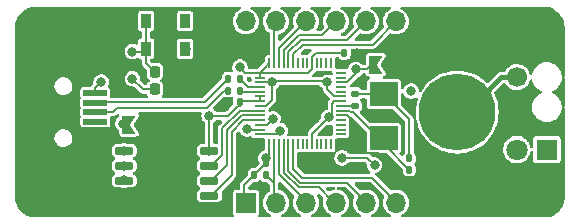
<source format=gbr>
%TF.GenerationSoftware,KiCad,Pcbnew,6.0.4*%
%TF.CreationDate,2022-07-04T15:33:54+01:00*%
%TF.ProjectId,bob,626f622e-6b69-4636-9164-5f7063625858,rev?*%
%TF.SameCoordinates,Original*%
%TF.FileFunction,Copper,L1,Top*%
%TF.FilePolarity,Positive*%
%FSLAX46Y46*%
G04 Gerber Fmt 4.6, Leading zero omitted, Abs format (unit mm)*
G04 Created by KiCad (PCBNEW 6.0.4) date 2022-07-04 15:33:54*
%MOMM*%
%LPD*%
G01*
G04 APERTURE LIST*
G04 Aperture macros list*
%AMRoundRect*
0 Rectangle with rounded corners*
0 $1 Rounding radius*
0 $2 $3 $4 $5 $6 $7 $8 $9 X,Y pos of 4 corners*
0 Add a 4 corners polygon primitive as box body*
4,1,4,$2,$3,$4,$5,$6,$7,$8,$9,$2,$3,0*
0 Add four circle primitives for the rounded corners*
1,1,$1+$1,$2,$3*
1,1,$1+$1,$4,$5*
1,1,$1+$1,$6,$7*
1,1,$1+$1,$8,$9*
0 Add four rect primitives between the rounded corners*
20,1,$1+$1,$2,$3,$4,$5,0*
20,1,$1+$1,$4,$5,$6,$7,0*
20,1,$1+$1,$6,$7,$8,$9,0*
20,1,$1+$1,$8,$9,$2,$3,0*%
%AMFreePoly0*
4,1,6,0.500000,-0.750000,-0.650000,-0.750000,-0.150000,0.000000,-0.650000,0.750000,0.500000,0.750000,0.500000,-0.750000,0.500000,-0.750000,$1*%
%AMFreePoly1*
4,1,6,1.000000,0.000000,0.500000,-0.750000,-0.500000,-0.750000,-0.500000,0.750000,0.500000,0.750000,1.000000,0.000000,1.000000,0.000000,$1*%
G04 Aperture macros list end*
%TA.AperFunction,ComponentPad*%
%ADD10O,1.700000X1.700000*%
%TD*%
%TA.AperFunction,ComponentPad*%
%ADD11R,1.700000X1.700000*%
%TD*%
%TA.AperFunction,SMDPad,CuDef*%
%ADD12R,0.900000X1.200000*%
%TD*%
%TA.AperFunction,SMDPad,CuDef*%
%ADD13RoundRect,0.225000X-0.225000X-0.250000X0.225000X-0.250000X0.225000X0.250000X-0.225000X0.250000X0*%
%TD*%
%TA.AperFunction,TestPad*%
%ADD14C,6.500000*%
%TD*%
%TA.AperFunction,ComponentPad*%
%ADD15RoundRect,0.425000X0.425000X-0.425000X0.425000X0.425000X-0.425000X0.425000X-0.425000X-0.425000X0*%
%TD*%
%TA.AperFunction,ComponentPad*%
%ADD16C,1.700000*%
%TD*%
%TA.AperFunction,SMDPad,CuDef*%
%ADD17R,1.700000X2.000000*%
%TD*%
%TA.AperFunction,SMDPad,CuDef*%
%ADD18R,2.000000X0.500000*%
%TD*%
%TA.AperFunction,ComponentPad*%
%ADD19C,1.800000*%
%TD*%
%TA.AperFunction,ComponentPad*%
%ADD20R,1.800000X1.800000*%
%TD*%
%TA.AperFunction,ComponentPad*%
%ADD21C,3.800000*%
%TD*%
%TA.AperFunction,SMDPad,CuDef*%
%ADD22RoundRect,0.050000X0.387500X-0.050000X0.387500X0.050000X-0.387500X0.050000X-0.387500X-0.050000X0*%
%TD*%
%TA.AperFunction,SMDPad,CuDef*%
%ADD23RoundRect,0.050000X0.050000X-0.387500X0.050000X0.387500X-0.050000X0.387500X-0.050000X-0.387500X0*%
%TD*%
%TA.AperFunction,ComponentPad*%
%ADD24C,0.600000*%
%TD*%
%TA.AperFunction,SMDPad,CuDef*%
%ADD25RoundRect,0.144000X1.456000X-1.456000X1.456000X1.456000X-1.456000X1.456000X-1.456000X-1.456000X0*%
%TD*%
%TA.AperFunction,SMDPad,CuDef*%
%ADD26RoundRect,0.150000X-0.650000X-0.150000X0.650000X-0.150000X0.650000X0.150000X-0.650000X0.150000X0*%
%TD*%
%TA.AperFunction,SMDPad,CuDef*%
%ADD27RoundRect,0.140000X-0.140000X-0.170000X0.140000X-0.170000X0.140000X0.170000X-0.140000X0.170000X0*%
%TD*%
%TA.AperFunction,SMDPad,CuDef*%
%ADD28R,2.400000X2.000000*%
%TD*%
%TA.AperFunction,SMDPad,CuDef*%
%ADD29RoundRect,0.135000X0.135000X0.185000X-0.135000X0.185000X-0.135000X-0.185000X0.135000X-0.185000X0*%
%TD*%
%TA.AperFunction,SMDPad,CuDef*%
%ADD30RoundRect,0.135000X-0.185000X0.135000X-0.185000X-0.135000X0.185000X-0.135000X0.185000X0.135000X0*%
%TD*%
%TA.AperFunction,SMDPad,CuDef*%
%ADD31FreePoly0,180.000000*%
%TD*%
%TA.AperFunction,SMDPad,CuDef*%
%ADD32FreePoly1,180.000000*%
%TD*%
%TA.AperFunction,SMDPad,CuDef*%
%ADD33RoundRect,0.140000X0.140000X0.170000X-0.140000X0.170000X-0.140000X-0.170000X0.140000X-0.170000X0*%
%TD*%
%TA.AperFunction,ViaPad*%
%ADD34C,0.800000*%
%TD*%
%TA.AperFunction,Conductor*%
%ADD35C,0.200000*%
%TD*%
%TA.AperFunction,Conductor*%
%ADD36C,0.400000*%
%TD*%
G04 APERTURE END LIST*
D10*
%TO.P,J1,7,Pin_7*%
%TO.N,+BATT*%
X38109164Y-17820000D03*
%TO.P,J1,6,Pin_6*%
%TO.N,GPIO29*%
X40649164Y-17820000D03*
%TO.P,J1,5,Pin_5*%
%TO.N,GPIO28*%
X43189164Y-17820000D03*
%TO.P,J1,4,Pin_4*%
%TO.N,GPIO27*%
X45729164Y-17820000D03*
%TO.P,J1,3,Pin_3*%
%TO.N,GPIO26*%
X48269164Y-17820000D03*
%TO.P,J1,2,Pin_2*%
%TO.N,GPIO25*%
X50809164Y-17820000D03*
D11*
%TO.P,J1,1,Pin_1*%
%TO.N,GND*%
X53349164Y-17820000D03*
%TD*%
D12*
%TO.P,D2,1,K*%
%TO.N,Net-(D2-Pad1)*%
X29649164Y-20130000D03*
%TO.P,D2,2,A*%
%TO.N,VBUS*%
X32949164Y-20130000D03*
%TD*%
%TO.P,D1,1,K*%
%TO.N,Net-(D2-Pad1)*%
X29649164Y-17780000D03*
%TO.P,D1,2,A*%
%TO.N,+BATT*%
X32949164Y-17780000D03*
%TD*%
D13*
%TO.P,C5,1*%
%TO.N,+3V3*%
X30399164Y-23580000D03*
%TO.P,C5,2*%
%TO.N,GND*%
X31949164Y-23580000D03*
%TD*%
%TO.P,C3,1*%
%TO.N,Net-(D2-Pad1)*%
X30399164Y-22080000D03*
%TO.P,C3,2*%
%TO.N,GND*%
X31949164Y-22080000D03*
%TD*%
D14*
%TO.P,SW1,1,1*%
%TO.N,Net-(J3-Pad2)*%
X56000000Y-25500000D03*
%TD*%
D15*
%TO.P,J3,1,Pin_1*%
%TO.N,GND*%
X61050000Y-25080000D03*
D16*
%TO.P,J3,2,Pin_2*%
%TO.N,Net-(J3-Pad2)*%
X61050000Y-22540000D03*
%TD*%
D10*
%TO.P,J4,7,Pin_7*%
%TO.N,GND*%
X53349164Y-33180000D03*
%TO.P,J4,6,Pin_6*%
%TO.N,GPIO4*%
X50809164Y-33180000D03*
%TO.P,J4,5,Pin_5*%
%TO.N,GPIO3*%
X48269164Y-33180000D03*
%TO.P,J4,4,Pin_4*%
%TO.N,GPIO2*%
X45729164Y-33180000D03*
%TO.P,J4,3,Pin_3*%
%TO.N,I2C_SCL*%
X43189164Y-33180000D03*
%TO.P,J4,2,Pin_2*%
%TO.N,I2C_SDA*%
X40649164Y-33180000D03*
D11*
%TO.P,J4,1,Pin_1*%
%TO.N,+3V3*%
X38109164Y-33180000D03*
%TD*%
D17*
%TO.P,J2,6,Shield*%
%TO.N,GND*%
X19799164Y-29950000D03*
X19799164Y-21050000D03*
X25249164Y-29950000D03*
X25249164Y-21050000D03*
D18*
%TO.P,J2,5,GND*%
X25349164Y-27100000D03*
%TO.P,J2,4,ID*%
%TO.N,unconnected-(J2-Pad4)*%
X25349164Y-26300000D03*
%TO.P,J2,3,D+*%
%TO.N,USB_D+*%
X25349164Y-25500000D03*
%TO.P,J2,2,D-*%
%TO.N,USB_D-*%
X25349164Y-24700000D03*
%TO.P,J2,1,VBUS*%
%TO.N,VBUS*%
X25349164Y-23900000D03*
%TD*%
D19*
%TO.P,D3,2,A*%
%TO.N,+3V3*%
X61049164Y-28680000D03*
D20*
%TO.P,D3,1,K*%
%TO.N,Net-(D3-Pad1)*%
X63589164Y-28680000D03*
%TD*%
D21*
%TO.P,H1,1,1*%
%TO.N,GND*%
X22500000Y-18500000D03*
%TD*%
%TO.P,H4,1,1*%
%TO.N,GND*%
X61000000Y-32500000D03*
%TD*%
%TO.P,H2,1,1*%
%TO.N,GND*%
X61000000Y-18500000D03*
%TD*%
%TO.P,H3,1,1*%
%TO.N,GND*%
X22500000Y-32500000D03*
%TD*%
D22*
%TO.P,U1,56,QSPI_SS*%
%TO.N,QSPI_SS*%
X39262500Y-27380000D03*
%TO.P,U1,55,QSPI_SD1*%
%TO.N,QSPI_SD1*%
X39262500Y-26980000D03*
%TO.P,U1,54,QSPI_SD2*%
%TO.N,QSPI_SD2*%
X39262500Y-26580000D03*
%TO.P,U1,53,QSPI_SD0*%
%TO.N,QSPI_SD0*%
X39262500Y-26180000D03*
%TO.P,U1,52,QSPI_SCLK*%
%TO.N,QSPI_SCLK*%
X39262500Y-25780000D03*
%TO.P,U1,51,QSPI_SD3*%
%TO.N,QSPI_SD3*%
X39262500Y-25380000D03*
%TO.P,U1,50,DVDD*%
%TO.N,+1V1*%
X39262500Y-24980000D03*
%TO.P,U1,49,IOVDD*%
%TO.N,+3V3*%
X39262500Y-24580000D03*
%TO.P,U1,48,USB_VDD*%
X39262500Y-24180000D03*
%TO.P,U1,47,USB_DP*%
%TO.N,Net-(R3-Pad1)*%
X39262500Y-23780000D03*
%TO.P,U1,46,USB_DM*%
%TO.N,Net-(U1-Pad46)*%
X39262500Y-23380000D03*
%TO.P,U1,45,VREG_VOUT*%
%TO.N,+1V1*%
X39262500Y-22980000D03*
%TO.P,U1,44,VREG_IN*%
%TO.N,+3V3*%
X39262500Y-22580000D03*
%TO.P,U1,43,ADC_AVDD*%
X39262500Y-22180000D03*
D23*
%TO.P,U1,42,IOVDD*%
X40100000Y-21342500D03*
%TO.P,U1,41,GPIO29_ADC3*%
%TO.N,GPIO29*%
X40500000Y-21342500D03*
%TO.P,U1,40,GPIO28_ADC2*%
%TO.N,GPIO28*%
X40900000Y-21342500D03*
%TO.P,U1,39,GPIO27_ADC1*%
%TO.N,GPIO27*%
X41300000Y-21342500D03*
%TO.P,U1,38,GPIO26_ADC0*%
%TO.N,GPIO26*%
X41700000Y-21342500D03*
%TO.P,U1,37,GPIO25*%
%TO.N,GPIO25*%
X42100000Y-21342500D03*
%TO.P,U1,36,GPIO24*%
%TO.N,GPIO24*%
X42500000Y-21342500D03*
%TO.P,U1,35,GPIO23*%
%TO.N,GPIO23*%
X42900000Y-21342500D03*
%TO.P,U1,34,GPIO22*%
%TO.N,unconnected-(U1-Pad34)*%
X43300000Y-21342500D03*
%TO.P,U1,33,IOVDD*%
%TO.N,+3V3*%
X43700000Y-21342500D03*
%TO.P,U1,32,GPIO21*%
%TO.N,unconnected-(U1-Pad32)*%
X44100000Y-21342500D03*
%TO.P,U1,31,GPIO20*%
%TO.N,unconnected-(U1-Pad31)*%
X44500000Y-21342500D03*
%TO.P,U1,30,GPIO19*%
%TO.N,unconnected-(U1-Pad30)*%
X44900000Y-21342500D03*
%TO.P,U1,29,GPIO18*%
%TO.N,unconnected-(U1-Pad29)*%
X45300000Y-21342500D03*
D22*
%TO.P,U1,28,GPIO17*%
%TO.N,unconnected-(U1-Pad28)*%
X46137500Y-22180000D03*
%TO.P,U1,27,GPIO16*%
%TO.N,unconnected-(U1-Pad27)*%
X46137500Y-22580000D03*
%TO.P,U1,26,RUN*%
%TO.N,Net-(JP1-Pad2)*%
X46137500Y-22980000D03*
%TO.P,U1,25,SWD*%
%TO.N,SWD*%
X46137500Y-23380000D03*
%TO.P,U1,24,SWCLK*%
%TO.N,SWCLK*%
X46137500Y-23780000D03*
%TO.P,U1,23,DVDD*%
%TO.N,+1V1*%
X46137500Y-24180000D03*
%TO.P,U1,22,IOVDD*%
%TO.N,+3V3*%
X46137500Y-24580000D03*
%TO.P,U1,21,XOUT*%
%TO.N,XOUT*%
X46137500Y-24980000D03*
%TO.P,U1,20,XIN*%
%TO.N,XIN*%
X46137500Y-25380000D03*
%TO.P,U1,19,TESTEN*%
%TO.N,GND*%
X46137500Y-25780000D03*
%TO.P,U1,18,GPIO15*%
%TO.N,unconnected-(U1-Pad18)*%
X46137500Y-26180000D03*
%TO.P,U1,17,GPIO14*%
%TO.N,unconnected-(U1-Pad17)*%
X46137500Y-26580000D03*
%TO.P,U1,16,GPIO13*%
%TO.N,unconnected-(U1-Pad16)*%
X46137500Y-26980000D03*
%TO.P,U1,15,GPIO12*%
%TO.N,unconnected-(U1-Pad15)*%
X46137500Y-27380000D03*
D23*
%TO.P,U1,14,GPIO11*%
%TO.N,unconnected-(U1-Pad14)*%
X45300000Y-28217500D03*
%TO.P,U1,13,GPIO10*%
%TO.N,unconnected-(U1-Pad13)*%
X44900000Y-28217500D03*
%TO.P,U1,12,GPIO9*%
%TO.N,unconnected-(U1-Pad12)*%
X44500000Y-28217500D03*
%TO.P,U1,11,GPIO8*%
%TO.N,unconnected-(U1-Pad11)*%
X44100000Y-28217500D03*
%TO.P,U1,10,IOVDD*%
%TO.N,+3V3*%
X43700000Y-28217500D03*
%TO.P,U1,9,GPIO7*%
%TO.N,unconnected-(U1-Pad9)*%
X43300000Y-28217500D03*
%TO.P,U1,8,GPIO6*%
%TO.N,unconnected-(U1-Pad8)*%
X42900000Y-28217500D03*
%TO.P,U1,7,GPIO5*%
%TO.N,unconnected-(U1-Pad7)*%
X42500000Y-28217500D03*
%TO.P,U1,6,GPIO4*%
%TO.N,GPIO4*%
X42100000Y-28217500D03*
%TO.P,U1,5,GPIO3*%
%TO.N,GPIO3*%
X41700000Y-28217500D03*
%TO.P,U1,4,GPIO2*%
%TO.N,GPIO2*%
X41300000Y-28217500D03*
%TO.P,U1,3,GPIO1*%
%TO.N,I2C_SCL*%
X40900000Y-28217500D03*
%TO.P,U1,2,GPIO0*%
%TO.N,I2C_SDA*%
X40500000Y-28217500D03*
%TO.P,U1,1,IOVDD*%
%TO.N,+3V3*%
X40100000Y-28217500D03*
D24*
%TO.P,U1,57,GND*%
%TO.N,GND*%
X43975000Y-23505000D03*
X43975000Y-24780000D03*
X43975000Y-26055000D03*
X42700000Y-23505000D03*
X42700000Y-24780000D03*
X42700000Y-26055000D03*
X41425000Y-23505000D03*
X41425000Y-24780000D03*
X41425000Y-26055000D03*
D25*
X42700000Y-24780000D03*
%TD*%
D26*
%TO.P,U2,8,VCC*%
%TO.N,+3V3*%
X35000000Y-28770000D03*
%TO.P,U2,7,IO3*%
%TO.N,QSPI_SD3*%
X35000000Y-30040000D03*
%TO.P,U2,6,CLK*%
%TO.N,QSPI_SCLK*%
X35000000Y-31310000D03*
%TO.P,U2,5,DI(IO0)*%
%TO.N,QSPI_SD0*%
X35000000Y-32580000D03*
%TO.P,U2,4,GND*%
%TO.N,GND*%
X27800000Y-32580000D03*
%TO.P,U2,3,IO2*%
%TO.N,QSPI_SD2*%
X27800000Y-31310000D03*
%TO.P,U2,2,DO(IO1)*%
%TO.N,QSPI_SD1*%
X27800000Y-30040000D03*
%TO.P,U2,1,~{CS}*%
%TO.N,QSPI_SS*%
X27800000Y-28770000D03*
%TD*%
D27*
%TO.P,C1,2*%
%TO.N,GND*%
X47400000Y-20500000D03*
%TO.P,C1,1*%
%TO.N,+3V3*%
X46440000Y-20500000D03*
%TD*%
D28*
%TO.P,Y1,1,1*%
%TO.N,Net-(C7-Pad2)*%
X49800000Y-23980000D03*
%TO.P,Y1,2,2*%
%TO.N,XIN*%
X49800000Y-27680000D03*
%TD*%
D29*
%TO.P,R5,2*%
%TO.N,+3V3*%
X38799164Y-30830000D03*
%TO.P,R5,1*%
%TO.N,I2C_SDA*%
X39819164Y-30830000D03*
%TD*%
D30*
%TO.P,R4,2*%
%TO.N,XOUT*%
X47350000Y-24950000D03*
%TO.P,R4,1*%
%TO.N,Net-(C7-Pad2)*%
X47350000Y-23930000D03*
%TD*%
D29*
%TO.P,R2,2*%
%TO.N,USB_D-*%
X36600000Y-22680000D03*
%TO.P,R2,1*%
%TO.N,Net-(U1-Pad46)*%
X37620000Y-22680000D03*
%TD*%
%TO.P,R3,2*%
%TO.N,USB_D+*%
X36600000Y-23680000D03*
%TO.P,R3,1*%
%TO.N,Net-(R3-Pad1)*%
X37620000Y-23680000D03*
%TD*%
D31*
%TO.P,JP1,2,B*%
%TO.N,Net-(JP1-Pad2)*%
X49049164Y-21480000D03*
D32*
%TO.P,JP1,1,A*%
%TO.N,GND*%
X50499164Y-21480000D03*
%TD*%
D31*
%TO.P,JP2,2,B*%
%TO.N,Net-(JP2-Pad2)*%
X28150000Y-26560000D03*
D32*
%TO.P,JP2,1,A*%
%TO.N,GND*%
X29600000Y-26560000D03*
%TD*%
D33*
%TO.P,C2,2*%
%TO.N,GND*%
X36610000Y-21680000D03*
%TO.P,C2,1*%
%TO.N,+3V3*%
X37570000Y-21680000D03*
%TD*%
%TO.P,C8,1*%
%TO.N,+3V3*%
X39800000Y-29830000D03*
%TO.P,C8,2*%
%TO.N,GND*%
X38840000Y-29830000D03*
%TD*%
%TO.P,C6,2*%
%TO.N,GND*%
X36610000Y-24680000D03*
%TO.P,C6,1*%
%TO.N,+3V3*%
X37570000Y-24680000D03*
%TD*%
%TO.P,C7,1*%
%TO.N,GND*%
X52899164Y-29430000D03*
%TO.P,C7,2*%
%TO.N,Net-(C7-Pad2)*%
X51939164Y-29430000D03*
%TD*%
%TO.P,C9,2*%
%TO.N,XIN*%
X51939164Y-30380000D03*
%TO.P,C9,1*%
%TO.N,GND*%
X52899164Y-30380000D03*
%TD*%
D34*
%TO.N,GND*%
X47500000Y-20500000D03*
%TO.N,+BATT*%
X32949164Y-17830000D03*
%TO.N,VBUS*%
X25849164Y-22950000D03*
X32999164Y-20130000D03*
%TO.N,GND*%
X52999164Y-29930000D03*
%TO.N,Net-(JP1-Pad2)*%
X47429164Y-21880000D03*
%TO.N,+3V3*%
X52099164Y-23730000D03*
X28500000Y-22680000D03*
%TO.N,GND*%
X38099164Y-29530000D03*
X32549164Y-23680000D03*
X44799164Y-29680000D03*
X36329164Y-25030000D03*
X36559164Y-21520000D03*
X27779164Y-32600000D03*
X47349164Y-28190000D03*
%TO.N,+3V3*%
X34999164Y-25825352D03*
X49000000Y-29980000D03*
X46250000Y-29380000D03*
X39800000Y-29380000D03*
X37600000Y-21680000D03*
%TO.N,Net-(D2-Pad1)*%
X28500000Y-20380000D03*
%TO.N,GND*%
X29800000Y-26480000D03*
%TO.N,Net-(JP2-Pad2)*%
X27700000Y-26480000D03*
%TO.N,+3V3*%
X35000000Y-28780000D03*
%TO.N,QSPI_SD2*%
X40400000Y-26080000D03*
%TO.N,QSPI_SD1*%
X38199164Y-26924383D03*
%TO.N,QSPI_SS*%
X41000000Y-27080000D03*
X27800000Y-28780000D03*
%TO.N,QSPI_SD1*%
X27800000Y-30080000D03*
%TO.N,QSPI_SD2*%
X27800000Y-31280000D03*
%TO.N,+3V3*%
X45099164Y-25930000D03*
%TO.N,+1V1*%
X45000000Y-22980000D03*
X40300000Y-22980000D03*
%TD*%
D35*
%TO.N,USB_D-*%
X36600000Y-22680000D02*
X34604150Y-24675850D01*
X34604150Y-24675850D02*
X25373314Y-24675850D01*
X25373314Y-24675850D02*
X25349164Y-24700000D01*
%TO.N,USB_D+*%
X36600000Y-23680000D02*
X36236397Y-23680000D01*
X36236397Y-23680000D02*
X34790556Y-25125841D01*
X34790556Y-25125841D02*
X27223324Y-25125841D01*
X27223324Y-25125841D02*
X26849165Y-25500000D01*
X26849165Y-25500000D02*
X25349164Y-25500000D01*
%TO.N,+3V3*%
X44009745Y-20500000D02*
X43699520Y-20810225D01*
X46440000Y-20500000D02*
X44009745Y-20500000D01*
X43699520Y-20900000D02*
X43699520Y-20810225D01*
%TO.N,GPIO25*%
X42100000Y-21342500D02*
X42100000Y-20604182D01*
X42100000Y-20604182D02*
X42905142Y-19799040D01*
X42905142Y-19799040D02*
X48830124Y-19799040D01*
X48830124Y-19799040D02*
X50809164Y-17820000D01*
%TO.N,GPIO26*%
X41700000Y-21342500D02*
X41700000Y-20439176D01*
X42739656Y-19399520D02*
X46689644Y-19399520D01*
X46689644Y-19399520D02*
X48269164Y-17820000D01*
X41700000Y-20439176D02*
X42739656Y-19399520D01*
%TO.N,GPIO27*%
X41300000Y-21342500D02*
X41300000Y-20274170D01*
X41300000Y-20274170D02*
X42574170Y-19000000D01*
X42574170Y-19000000D02*
X44549164Y-19000000D01*
X44549164Y-19000000D02*
X45729164Y-17820000D01*
%TO.N,GPIO28*%
X40900000Y-21342500D02*
X40900000Y-20109164D01*
X40900000Y-20109164D02*
X43189164Y-17820000D01*
%TO.N,GPIO29*%
X40500000Y-21342500D02*
X40500000Y-17969164D01*
X40500000Y-17969164D02*
X40649164Y-17820000D01*
%TO.N,GPIO28*%
X40900480Y-21342020D02*
X40900000Y-21342500D01*
%TO.N,I2C_SDA*%
X40500000Y-28217500D02*
X40500000Y-31530836D01*
X40500000Y-31530836D02*
X40500000Y-33069164D01*
X39819164Y-30830000D02*
X39819164Y-30850000D01*
X39819164Y-30850000D02*
X40500000Y-31530836D01*
%TO.N,VBUS*%
X25349164Y-23900000D02*
X25349164Y-23450000D01*
X25349164Y-23450000D02*
X25849164Y-22950000D01*
%TO.N,I2C_SDA*%
X40500000Y-33069164D02*
X40389164Y-33180000D01*
%TO.N,Net-(D2-Pad1)*%
X29649164Y-20130000D02*
X29649164Y-17780000D01*
X30399164Y-22080000D02*
X29649164Y-21330000D01*
X29649164Y-21330000D02*
X29649164Y-20130000D01*
X28500000Y-20380000D02*
X29399164Y-20380000D01*
X29399164Y-20380000D02*
X29649164Y-20130000D01*
%TO.N,I2C_SCL*%
X40900000Y-29380000D02*
X40900000Y-30785006D01*
X40900000Y-30785006D02*
X42929164Y-32814170D01*
X42929164Y-32814170D02*
X42929164Y-33180000D01*
%TO.N,+3V3*%
X30399164Y-23580000D02*
X29400000Y-23580000D01*
X29400000Y-23580000D02*
X28500000Y-22680000D01*
%TO.N,Net-(C7-Pad2)*%
X49800000Y-23980000D02*
X51949164Y-26129164D01*
X51949164Y-29420000D02*
X51939164Y-29430000D01*
X51949164Y-26129164D02*
X51949164Y-29420000D01*
%TO.N,XIN*%
X51939164Y-30380000D02*
X49800000Y-28240836D01*
X49800000Y-28240836D02*
X49800000Y-27680000D01*
%TO.N,+3V3*%
X45099164Y-25920067D02*
X45400480Y-25618751D01*
X45099164Y-25930000D02*
X45099164Y-25920067D01*
X45400480Y-25618751D02*
X45400480Y-24785225D01*
X45400480Y-24785225D02*
X45605705Y-24580000D01*
X45605705Y-24580000D02*
X46137500Y-24580000D01*
X43700000Y-28217500D02*
X43700000Y-27329164D01*
X43700000Y-27329164D02*
X45099164Y-25930000D01*
%TO.N,Net-(JP1-Pad2)*%
X47429164Y-21880000D02*
X48349164Y-21880000D01*
X48349164Y-21880000D02*
X48799164Y-21430000D01*
X46668815Y-22980480D02*
X47429164Y-22220131D01*
X47429164Y-22220131D02*
X47429164Y-21880000D01*
%TO.N,GPIO25*%
X42100000Y-21342500D02*
X42099520Y-21342020D01*
%TO.N,+3V3*%
X43700000Y-21342500D02*
X43700000Y-20779164D01*
%TO.N,GND*%
X47349164Y-28190000D02*
X48139644Y-28980480D01*
X48139644Y-28980480D02*
X49400480Y-28980480D01*
X46137500Y-25780000D02*
X46680490Y-25780000D01*
X46680490Y-25780000D02*
X47349164Y-26448674D01*
X47349164Y-26448674D02*
X47349164Y-28190000D01*
%TO.N,XIN*%
X46137500Y-25380000D02*
X46845496Y-25380000D01*
X46845496Y-25380000D02*
X46985016Y-25519520D01*
X46985016Y-25519520D02*
X47188684Y-25519520D01*
X47188684Y-25519520D02*
X49349164Y-27680000D01*
X49349164Y-27680000D02*
X49800000Y-27680000D01*
%TO.N,+3V3*%
X36558794Y-25825352D02*
X37403185Y-24980961D01*
X34999164Y-25825352D02*
X35000000Y-25826188D01*
X34999164Y-25825352D02*
X36558794Y-25825352D01*
X37570000Y-24980961D02*
X37570000Y-24680000D01*
X37403185Y-24980961D02*
X37570000Y-24980961D01*
X35000000Y-25826188D02*
X35000000Y-28770000D01*
%TO.N,QSPI_SD3*%
X39262500Y-25380000D02*
X39262019Y-25380481D01*
X36100000Y-26849152D02*
X36100000Y-29105717D01*
X35165717Y-30040000D02*
X35000000Y-30040000D01*
X39262019Y-25380481D02*
X37568672Y-25380480D01*
X37568672Y-25380480D02*
X36100000Y-26849152D01*
X36100000Y-29105717D02*
X35165717Y-30040000D01*
%TO.N,QSPI_SCLK*%
X35000000Y-31310000D02*
X35165717Y-31310000D01*
X35165717Y-31310000D02*
X36499520Y-29976197D01*
X36499520Y-29976197D02*
X36499521Y-27014637D01*
X36499521Y-27014637D02*
X37734158Y-25780000D01*
X37734158Y-25780000D02*
X39262500Y-25780000D01*
%TO.N,QSPI_SD0*%
X35000000Y-32580000D02*
X35165717Y-32580000D01*
X35165717Y-32580000D02*
X36899040Y-30846677D01*
X36899040Y-30846677D02*
X36899040Y-27180124D01*
X36899040Y-27180124D02*
X37899164Y-26180000D01*
X37899164Y-26180000D02*
X39262500Y-26180000D01*
%TO.N,QSPI_SD1*%
X38199164Y-26924383D02*
X38254781Y-26980000D01*
X38254781Y-26980000D02*
X39262500Y-26980000D01*
%TO.N,+3V3*%
X39262500Y-22180000D02*
X43394295Y-22180000D01*
X43394295Y-22180000D02*
X43700480Y-21873815D01*
X48400000Y-29380000D02*
X46250000Y-29380000D01*
X49000000Y-29980000D02*
X48400000Y-29380000D01*
X43700480Y-21873815D02*
X43700480Y-21230000D01*
X43700480Y-21230000D02*
X43700000Y-21230480D01*
X43700000Y-21230480D02*
X43700000Y-21342500D01*
D36*
%TO.N,Net-(J3-Pad2)*%
X61050000Y-22540000D02*
X59740000Y-22540000D01*
X59740000Y-22540000D02*
X57634586Y-24645414D01*
D35*
%TO.N,+3V3*%
X39800000Y-29380000D02*
X39800000Y-29840000D01*
%TO.N,XOUT*%
X46137500Y-24980000D02*
X47350000Y-24980000D01*
%TO.N,Net-(C7-Pad2)*%
X49450000Y-23980000D02*
X47370000Y-23980000D01*
X47370000Y-23980000D02*
X47350000Y-23960000D01*
%TO.N,+3V3*%
X39800000Y-29840000D02*
X37960000Y-31680000D01*
X37960000Y-31680000D02*
X37960000Y-33080000D01*
%TO.N,GPIO4*%
X50767017Y-33032023D02*
X48815474Y-31080480D01*
X48815474Y-31080480D02*
X42890492Y-31080480D01*
X42890492Y-31080480D02*
X42099520Y-30289508D01*
X42099520Y-30289508D02*
X42099520Y-29045462D01*
X42099520Y-29045462D02*
X42100000Y-29044982D01*
X42100000Y-29044982D02*
X42100000Y-28217500D01*
%TO.N,GPIO3*%
X41700000Y-28217500D02*
X41700000Y-30179040D01*
X41700000Y-30179040D02*
X41699040Y-30180000D01*
X41699040Y-30180000D02*
X41699040Y-30454034D01*
X41699040Y-30454034D02*
X42725006Y-31480000D01*
X42725006Y-31480000D02*
X46674994Y-31480000D01*
X46674994Y-31480000D02*
X48227017Y-33032023D01*
%TO.N,GPIO2*%
X45407017Y-33032023D02*
X44254514Y-31879520D01*
X44254514Y-31879520D02*
X42559520Y-31879520D01*
X42559520Y-31879520D02*
X41299520Y-30619520D01*
X41299520Y-30619520D02*
X41299520Y-29330000D01*
%TO.N,I2C_SCL*%
X40900000Y-28217500D02*
X40900000Y-29380000D01*
%TO.N,Net-(JP1-Pad2)*%
X46668815Y-22980480D02*
X46000000Y-22980480D01*
%TO.N,QSPI_SD2*%
X39262500Y-26580000D02*
X39900000Y-26580000D01*
X39900000Y-26580000D02*
X40400000Y-26080000D01*
%TO.N,Net-(U1-Pad46)*%
X39262500Y-23380000D02*
X38320000Y-23380000D01*
X38320000Y-23380000D02*
X37620000Y-22680000D01*
%TO.N,+3V3*%
X39262500Y-22180000D02*
X38070000Y-22180000D01*
X38070000Y-22180000D02*
X37570000Y-21680000D01*
%TO.N,QSPI_SS*%
X41000000Y-27080000D02*
X40700000Y-27380000D01*
X40700000Y-27380000D02*
X39262500Y-27380000D01*
%TO.N,+3V3*%
X39262500Y-24580000D02*
X37870000Y-24580000D01*
%TO.N,GPIO2*%
X41300000Y-28217500D02*
X41300000Y-29374994D01*
%TO.N,Net-(R3-Pad1)*%
X39262500Y-23780000D02*
X37720000Y-23780000D01*
%TO.N,+1V1*%
X40300000Y-22980000D02*
X40300000Y-24480000D01*
X40300000Y-24480000D02*
X39800000Y-24980000D01*
X39800000Y-24980000D02*
X39262500Y-24980000D01*
X45000000Y-22980000D02*
X45000000Y-23580000D01*
X45000000Y-23580000D02*
X45600000Y-24180000D01*
X44900480Y-22880480D02*
X40399520Y-22880480D01*
X45600000Y-24180000D02*
X46137500Y-24180000D01*
X45000000Y-22980000D02*
X44900480Y-22880480D01*
X40399520Y-22880480D02*
X40300000Y-22980000D01*
%TO.N,+3V3*%
X40100000Y-28217500D02*
X40100000Y-29380000D01*
X39262500Y-24580000D02*
X39262500Y-24180000D01*
%TO.N,+1V1*%
X39262500Y-22980000D02*
X40300000Y-22980000D01*
%TO.N,+3V3*%
X39681250Y-21761250D02*
X39262500Y-22180000D01*
X40100000Y-21342500D02*
X39681250Y-21761250D01*
X39262500Y-22580000D02*
X39262500Y-22180000D01*
%TD*%
%TA.AperFunction,Conductor*%
%TO.N,GND*%
G36*
X37672124Y-16588716D02*
G01*
X37718617Y-16642372D01*
X37728721Y-16712646D01*
X37699227Y-16777226D01*
X37647614Y-16812926D01*
X37631627Y-16818824D01*
X37457174Y-16922612D01*
X37452834Y-16926418D01*
X37452830Y-16926421D01*
X37361140Y-17006832D01*
X37304556Y-17056455D01*
X37178884Y-17215869D01*
X37176195Y-17220980D01*
X37176193Y-17220983D01*
X37163237Y-17245609D01*
X37084367Y-17395515D01*
X37024171Y-17589378D01*
X37000312Y-17790964D01*
X37013588Y-17993522D01*
X37015009Y-17999118D01*
X37015010Y-17999123D01*
X37034228Y-18074792D01*
X37063556Y-18190269D01*
X37065971Y-18195507D01*
X37065973Y-18195512D01*
X37146123Y-18369371D01*
X37148541Y-18374616D01*
X37174350Y-18411135D01*
X37222525Y-18479301D01*
X37265697Y-18540389D01*
X37411102Y-18682035D01*
X37579884Y-18794812D01*
X37585187Y-18797090D01*
X37585190Y-18797092D01*
X37697375Y-18845290D01*
X37766392Y-18874942D01*
X37823035Y-18887759D01*
X37958743Y-18918467D01*
X37958748Y-18918468D01*
X37964380Y-18919742D01*
X37970151Y-18919969D01*
X37970153Y-18919969D01*
X38029920Y-18922317D01*
X38167217Y-18927712D01*
X38267663Y-18913148D01*
X38362395Y-18899413D01*
X38362400Y-18899412D01*
X38368109Y-18898584D01*
X38373573Y-18896729D01*
X38373578Y-18896728D01*
X38554857Y-18835192D01*
X38554862Y-18835190D01*
X38560329Y-18833334D01*
X38568090Y-18828988D01*
X38665365Y-18774511D01*
X38737440Y-18734147D01*
X38755522Y-18719109D01*
X38889077Y-18608031D01*
X38893509Y-18604345D01*
X38988924Y-18489622D01*
X39019617Y-18452718D01*
X39019619Y-18452715D01*
X39023311Y-18448276D01*
X39101888Y-18307967D01*
X39119674Y-18276208D01*
X39119675Y-18276206D01*
X39122498Y-18271165D01*
X39124354Y-18265698D01*
X39124356Y-18265693D01*
X39185892Y-18084414D01*
X39185893Y-18084409D01*
X39187748Y-18078945D01*
X39188576Y-18073236D01*
X39188577Y-18073231D01*
X39216343Y-17881727D01*
X39216876Y-17878053D01*
X39218396Y-17820000D01*
X39199822Y-17617859D01*
X39194092Y-17597541D01*
X39146289Y-17428046D01*
X39146288Y-17428044D01*
X39144721Y-17422487D01*
X39134142Y-17401033D01*
X39057495Y-17245609D01*
X39054940Y-17240428D01*
X38933484Y-17077779D01*
X38784422Y-16939987D01*
X38779539Y-16936906D01*
X38779535Y-16936903D01*
X38617628Y-16834748D01*
X38612745Y-16831667D01*
X38562806Y-16811743D01*
X38506948Y-16767923D01*
X38483648Y-16700859D01*
X38500304Y-16631844D01*
X38551629Y-16582789D01*
X38609498Y-16568714D01*
X40144003Y-16568714D01*
X40212124Y-16588716D01*
X40258617Y-16642372D01*
X40268721Y-16712646D01*
X40239227Y-16777226D01*
X40187614Y-16812926D01*
X40171627Y-16818824D01*
X39997174Y-16922612D01*
X39992834Y-16926418D01*
X39992830Y-16926421D01*
X39901140Y-17006832D01*
X39844556Y-17056455D01*
X39718884Y-17215869D01*
X39716195Y-17220980D01*
X39716193Y-17220983D01*
X39703237Y-17245609D01*
X39624367Y-17395515D01*
X39564171Y-17589378D01*
X39540312Y-17790964D01*
X39553588Y-17993522D01*
X39555009Y-17999118D01*
X39555010Y-17999123D01*
X39574228Y-18074792D01*
X39603556Y-18190269D01*
X39605971Y-18195507D01*
X39605973Y-18195512D01*
X39686123Y-18369371D01*
X39688541Y-18374616D01*
X39714350Y-18411135D01*
X39762525Y-18479301D01*
X39805697Y-18540389D01*
X39951102Y-18682035D01*
X40023565Y-18730453D01*
X40089502Y-18774511D01*
X40135030Y-18828988D01*
X40145500Y-18879276D01*
X40145500Y-20524500D01*
X40125498Y-20592621D01*
X40071842Y-20639114D01*
X40019500Y-20650500D01*
X40004762Y-20650500D01*
X40001074Y-20650939D01*
X40001070Y-20650939D01*
X39987597Y-20652542D01*
X39987595Y-20652542D01*
X39978211Y-20653659D01*
X39969571Y-20657497D01*
X39969570Y-20657497D01*
X39900063Y-20688371D01*
X39874542Y-20699707D01*
X39866323Y-20707940D01*
X39866322Y-20707941D01*
X39802618Y-20771756D01*
X39802617Y-20771758D01*
X39794401Y-20779988D01*
X39748534Y-20883737D01*
X39745500Y-20909762D01*
X39745500Y-21143471D01*
X39725498Y-21211592D01*
X39708595Y-21232566D01*
X39470600Y-21470561D01*
X39294741Y-21646421D01*
X39152567Y-21788595D01*
X39090255Y-21822621D01*
X39063472Y-21825500D01*
X38384823Y-21825500D01*
X38316702Y-21805498D01*
X38270209Y-21751842D01*
X38259872Y-21693814D01*
X38259162Y-21693807D01*
X38259201Y-21690048D01*
X38259307Y-21680000D01*
X38240276Y-21522733D01*
X38184280Y-21374546D01*
X38163106Y-21343737D01*
X38098855Y-21250251D01*
X38098854Y-21250249D01*
X38094553Y-21243992D01*
X37976275Y-21138611D01*
X37968889Y-21134700D01*
X37842988Y-21068039D01*
X37842989Y-21068039D01*
X37836274Y-21064484D01*
X37682633Y-21025892D01*
X37675034Y-21025852D01*
X37675033Y-21025852D01*
X37609181Y-21025507D01*
X37524221Y-21025062D01*
X37516841Y-21026834D01*
X37516839Y-21026834D01*
X37377563Y-21060271D01*
X37377560Y-21060272D01*
X37370184Y-21062043D01*
X37229414Y-21134700D01*
X37110039Y-21238838D01*
X37018950Y-21368444D01*
X36998877Y-21419929D01*
X36976008Y-21478586D01*
X36961406Y-21516037D01*
X36960414Y-21523570D01*
X36960414Y-21523571D01*
X36942455Y-21659987D01*
X36940729Y-21673096D01*
X36943644Y-21699500D01*
X36955347Y-21805498D01*
X36958113Y-21830553D01*
X36960723Y-21837686D01*
X36960724Y-21837689D01*
X37003670Y-21955047D01*
X37008296Y-22025892D01*
X36973886Y-22087993D01*
X36911364Y-22121631D01*
X36857052Y-22118746D01*
X36856862Y-22119946D01*
X36765653Y-22105500D01*
X36600034Y-22105500D01*
X36434348Y-22105501D01*
X36429455Y-22106276D01*
X36429454Y-22106276D01*
X36352936Y-22118394D01*
X36352934Y-22118395D01*
X36343138Y-22119946D01*
X36334301Y-22124449D01*
X36334300Y-22124449D01*
X36287629Y-22148229D01*
X36233204Y-22175960D01*
X36145960Y-22263204D01*
X36089946Y-22373138D01*
X36075500Y-22464347D01*
X36075501Y-22581568D01*
X36075501Y-22650970D01*
X36055499Y-22719091D01*
X36038596Y-22740066D01*
X34494217Y-24284445D01*
X34431905Y-24318471D01*
X34405122Y-24321350D01*
X31107076Y-24321350D01*
X31038955Y-24301348D01*
X30992462Y-24247692D01*
X30982358Y-24177418D01*
X31006250Y-24119785D01*
X31043696Y-24069821D01*
X31043698Y-24069818D01*
X31049081Y-24062635D01*
X31052232Y-24054229D01*
X31094522Y-23941419D01*
X31094522Y-23941418D01*
X31097294Y-23934024D01*
X31099207Y-23916420D01*
X31103295Y-23878786D01*
X31103295Y-23878785D01*
X31103664Y-23875389D01*
X31103663Y-23284612D01*
X31102821Y-23276857D01*
X31098148Y-23233834D01*
X31098147Y-23233830D01*
X31097294Y-23225976D01*
X31056831Y-23118039D01*
X31052232Y-23105770D01*
X31052231Y-23105769D01*
X31049081Y-23097365D01*
X31043701Y-23090186D01*
X31043699Y-23090183D01*
X30972087Y-22994633D01*
X30966708Y-22987456D01*
X30959531Y-22982077D01*
X30959528Y-22982074D01*
X30891148Y-22930826D01*
X30848633Y-22873967D01*
X30843607Y-22803148D01*
X30877667Y-22740855D01*
X30891148Y-22729174D01*
X30959528Y-22677926D01*
X30959531Y-22677923D01*
X30966708Y-22672544D01*
X30982125Y-22651974D01*
X31043699Y-22569817D01*
X31043701Y-22569814D01*
X31049081Y-22562635D01*
X31055377Y-22545841D01*
X31094522Y-22441419D01*
X31094522Y-22441418D01*
X31097294Y-22434024D01*
X31103664Y-22375389D01*
X31103663Y-21784612D01*
X31102645Y-21775238D01*
X31098148Y-21733834D01*
X31098147Y-21733830D01*
X31097294Y-21725976D01*
X31049081Y-21597365D01*
X31043701Y-21590186D01*
X31043699Y-21590183D01*
X30972087Y-21494633D01*
X30966708Y-21487456D01*
X30944171Y-21470565D01*
X30863981Y-21410465D01*
X30863978Y-21410463D01*
X30856799Y-21405083D01*
X30805782Y-21385958D01*
X30735583Y-21359642D01*
X30735582Y-21359642D01*
X30728188Y-21356870D01*
X30720338Y-21356017D01*
X30720337Y-21356017D01*
X30672950Y-21350869D01*
X30672949Y-21350869D01*
X30669553Y-21350500D01*
X30638926Y-21350500D01*
X30223193Y-21350501D01*
X30155072Y-21330499D01*
X30134098Y-21313596D01*
X30040569Y-21220067D01*
X30006543Y-21157755D01*
X30003664Y-21130972D01*
X30003664Y-21109964D01*
X30023666Y-21041843D01*
X30077322Y-20995350D01*
X30117311Y-20984571D01*
X30118042Y-20984499D01*
X30124230Y-20984499D01*
X30144336Y-20980500D01*
X30186290Y-20972156D01*
X30186292Y-20972155D01*
X30198465Y-20969734D01*
X30208785Y-20962839D01*
X30208786Y-20962838D01*
X30272332Y-20920377D01*
X30282648Y-20913484D01*
X30338898Y-20829301D01*
X30353664Y-20755067D01*
X30353663Y-19504934D01*
X30353663Y-19504933D01*
X32244664Y-19504933D01*
X32244665Y-20755066D01*
X32251738Y-20790628D01*
X32254052Y-20802260D01*
X32259430Y-20829301D01*
X32266325Y-20839620D01*
X32266326Y-20839622D01*
X32287443Y-20871225D01*
X32315680Y-20913484D01*
X32399863Y-20969734D01*
X32474097Y-20984500D01*
X32949087Y-20984500D01*
X33424230Y-20984499D01*
X33459982Y-20977388D01*
X33486290Y-20972156D01*
X33486292Y-20972155D01*
X33498465Y-20969734D01*
X33508785Y-20962839D01*
X33508786Y-20962838D01*
X33572332Y-20920377D01*
X33582648Y-20913484D01*
X33638898Y-20829301D01*
X33653664Y-20755067D01*
X33653664Y-20185486D01*
X33654921Y-20167735D01*
X33656817Y-20154413D01*
X33658326Y-20143807D01*
X33658471Y-20130000D01*
X33654576Y-20097816D01*
X33653663Y-20082678D01*
X33653663Y-19504934D01*
X33638898Y-19430699D01*
X33582648Y-19346516D01*
X33498465Y-19290266D01*
X33424231Y-19275500D01*
X32949241Y-19275500D01*
X32474098Y-19275501D01*
X32438346Y-19282612D01*
X32412038Y-19287844D01*
X32412036Y-19287845D01*
X32399863Y-19290266D01*
X32389543Y-19297161D01*
X32389542Y-19297162D01*
X32384385Y-19300608D01*
X32315680Y-19346516D01*
X32259430Y-19430699D01*
X32244664Y-19504933D01*
X30353663Y-19504933D01*
X30338898Y-19430699D01*
X30282648Y-19346516D01*
X30198465Y-19290266D01*
X30150270Y-19280679D01*
X30130300Y-19276707D01*
X30130298Y-19276707D01*
X30124231Y-19275500D01*
X30118044Y-19275500D01*
X30117313Y-19275428D01*
X30051481Y-19248845D01*
X30010472Y-19190891D01*
X30003664Y-19150035D01*
X30003664Y-18759964D01*
X30023666Y-18691843D01*
X30077322Y-18645350D01*
X30117311Y-18634571D01*
X30118042Y-18634499D01*
X30124230Y-18634499D01*
X30141187Y-18631126D01*
X30186290Y-18622156D01*
X30186292Y-18622155D01*
X30198465Y-18619734D01*
X30208785Y-18612839D01*
X30208786Y-18612838D01*
X30272332Y-18570377D01*
X30282648Y-18563484D01*
X30338898Y-18479301D01*
X30353664Y-18405067D01*
X30353663Y-17154934D01*
X30353663Y-17154933D01*
X32244664Y-17154933D01*
X32244665Y-18405066D01*
X32259430Y-18479301D01*
X32266325Y-18489620D01*
X32266326Y-18489622D01*
X32297094Y-18535669D01*
X32315680Y-18563484D01*
X32325996Y-18570377D01*
X32383193Y-18608595D01*
X32399863Y-18619734D01*
X32474097Y-18634500D01*
X32949087Y-18634500D01*
X33424230Y-18634499D01*
X33459982Y-18627388D01*
X33486290Y-18622156D01*
X33486292Y-18622155D01*
X33498465Y-18619734D01*
X33508785Y-18612839D01*
X33508786Y-18612838D01*
X33572332Y-18570377D01*
X33582648Y-18563484D01*
X33638898Y-18479301D01*
X33653664Y-18405067D01*
X33653663Y-17154934D01*
X33638898Y-17080699D01*
X33625730Y-17060991D01*
X33589541Y-17006832D01*
X33582648Y-16996516D01*
X33498465Y-16940266D01*
X33424231Y-16925500D01*
X32949241Y-16925500D01*
X32474098Y-16925501D01*
X32438346Y-16932612D01*
X32412038Y-16937844D01*
X32412036Y-16937845D01*
X32399863Y-16940266D01*
X32389543Y-16947161D01*
X32389542Y-16947162D01*
X32329149Y-16987516D01*
X32315680Y-16996516D01*
X32259430Y-17080699D01*
X32244664Y-17154933D01*
X30353663Y-17154933D01*
X30338898Y-17080699D01*
X30325730Y-17060991D01*
X30289541Y-17006832D01*
X30282648Y-16996516D01*
X30198465Y-16940266D01*
X30124231Y-16925500D01*
X29649241Y-16925500D01*
X29174098Y-16925501D01*
X29138346Y-16932612D01*
X29112038Y-16937844D01*
X29112036Y-16937845D01*
X29099863Y-16940266D01*
X29089543Y-16947161D01*
X29089542Y-16947162D01*
X29029149Y-16987516D01*
X29015680Y-16996516D01*
X28959430Y-17080699D01*
X28944664Y-17154933D01*
X28944665Y-18405066D01*
X28959430Y-18479301D01*
X28966325Y-18489620D01*
X28966326Y-18489622D01*
X28997094Y-18535669D01*
X29015680Y-18563484D01*
X29025996Y-18570377D01*
X29083193Y-18608595D01*
X29099863Y-18619734D01*
X29148058Y-18629321D01*
X29168028Y-18633293D01*
X29168030Y-18633293D01*
X29174097Y-18634500D01*
X29180284Y-18634500D01*
X29181015Y-18634572D01*
X29246847Y-18661155D01*
X29287856Y-18719109D01*
X29294664Y-18759965D01*
X29294664Y-19150036D01*
X29274662Y-19218157D01*
X29221006Y-19264650D01*
X29181017Y-19275429D01*
X29180286Y-19275501D01*
X29174098Y-19275501D01*
X29157141Y-19278874D01*
X29112038Y-19287844D01*
X29112036Y-19287845D01*
X29099863Y-19290266D01*
X29089543Y-19297161D01*
X29089542Y-19297162D01*
X29084385Y-19300608D01*
X29015680Y-19346516D01*
X28959430Y-19430699D01*
X28944664Y-19504933D01*
X28944664Y-19665536D01*
X28924662Y-19733657D01*
X28871006Y-19780150D01*
X28800732Y-19790254D01*
X28759709Y-19776892D01*
X28736274Y-19764484D01*
X28582633Y-19725892D01*
X28575034Y-19725852D01*
X28575033Y-19725852D01*
X28509181Y-19725507D01*
X28424221Y-19725062D01*
X28416841Y-19726834D01*
X28416839Y-19726834D01*
X28277563Y-19760271D01*
X28277560Y-19760272D01*
X28270184Y-19762043D01*
X28129414Y-19834700D01*
X28010039Y-19938838D01*
X27918950Y-20068444D01*
X27901294Y-20113730D01*
X27865096Y-20206573D01*
X27861406Y-20216037D01*
X27860414Y-20223570D01*
X27860414Y-20223571D01*
X27842183Y-20362052D01*
X27840729Y-20373096D01*
X27841563Y-20380646D01*
X27857116Y-20521521D01*
X27858113Y-20530553D01*
X27860723Y-20537684D01*
X27860723Y-20537686D01*
X27904519Y-20657364D01*
X27912553Y-20679319D01*
X27916789Y-20685622D01*
X27916789Y-20685623D01*
X27987350Y-20790628D01*
X28000908Y-20810805D01*
X28006527Y-20815918D01*
X28006528Y-20815919D01*
X28095340Y-20896731D01*
X28118076Y-20917419D01*
X28257293Y-20993008D01*
X28410522Y-21033207D01*
X28494477Y-21034526D01*
X28561319Y-21035576D01*
X28561322Y-21035576D01*
X28568916Y-21035695D01*
X28723332Y-21000329D01*
X28797875Y-20962838D01*
X28858072Y-20932563D01*
X28858075Y-20932561D01*
X28864855Y-20929151D01*
X28870627Y-20924221D01*
X28876959Y-20920014D01*
X28878035Y-20921634D01*
X28933615Y-20896731D01*
X29003815Y-20907338D01*
X29020655Y-20916809D01*
X29044233Y-20932563D01*
X29099863Y-20969734D01*
X29148058Y-20979321D01*
X29168028Y-20983293D01*
X29168030Y-20983293D01*
X29174097Y-20984500D01*
X29180284Y-20984500D01*
X29181015Y-20984572D01*
X29246847Y-21011155D01*
X29287856Y-21069109D01*
X29294664Y-21109965D01*
X29294664Y-21278743D01*
X29292558Y-21298537D01*
X29292353Y-21302890D01*
X29290161Y-21313070D01*
X29293184Y-21338611D01*
X29293791Y-21343737D01*
X29294106Y-21349083D01*
X29294236Y-21349072D01*
X29294664Y-21354252D01*
X29294664Y-21359451D01*
X29295517Y-21364575D01*
X29295518Y-21364588D01*
X29297591Y-21377041D01*
X29298428Y-21382916D01*
X29304033Y-21430270D01*
X29307734Y-21437978D01*
X29309139Y-21446417D01*
X29331793Y-21488401D01*
X29334474Y-21493664D01*
X29355119Y-21536658D01*
X29358475Y-21540650D01*
X29360422Y-21542597D01*
X29361912Y-21544222D01*
X29362145Y-21544654D01*
X29362109Y-21544687D01*
X29362248Y-21544845D01*
X29365181Y-21550280D01*
X29372828Y-21557349D01*
X29402045Y-21584357D01*
X29405611Y-21587786D01*
X29657759Y-21839934D01*
X29691785Y-21902246D01*
X29694664Y-21929029D01*
X29694665Y-22151247D01*
X29694665Y-22375388D01*
X29695034Y-22378782D01*
X29695034Y-22378788D01*
X29699552Y-22420377D01*
X29701034Y-22434024D01*
X29729151Y-22509028D01*
X29742869Y-22545620D01*
X29749247Y-22562635D01*
X29754627Y-22569814D01*
X29754629Y-22569817D01*
X29816203Y-22651974D01*
X29831620Y-22672544D01*
X29838797Y-22677923D01*
X29838800Y-22677926D01*
X29907180Y-22729174D01*
X29949695Y-22786033D01*
X29954721Y-22856852D01*
X29920661Y-22919145D01*
X29907180Y-22930826D01*
X29838800Y-22982074D01*
X29838797Y-22982077D01*
X29831620Y-22987456D01*
X29826241Y-22994633D01*
X29754629Y-23090183D01*
X29754627Y-23090186D01*
X29749247Y-23097365D01*
X29742440Y-23115524D01*
X29731866Y-23143729D01*
X29689225Y-23200494D01*
X29622663Y-23225194D01*
X29613884Y-23225500D01*
X29599029Y-23225500D01*
X29530908Y-23205498D01*
X29509934Y-23188595D01*
X29185738Y-22864399D01*
X29151712Y-22802087D01*
X29150090Y-22757551D01*
X29151223Y-22749595D01*
X29159162Y-22693807D01*
X29159307Y-22680000D01*
X29140276Y-22522733D01*
X29084280Y-22374546D01*
X29046861Y-22320101D01*
X28998855Y-22250251D01*
X28998854Y-22250249D01*
X28994553Y-22243992D01*
X28876275Y-22138611D01*
X28868889Y-22134700D01*
X28821270Y-22109487D01*
X28736274Y-22064484D01*
X28582633Y-22025892D01*
X28575034Y-22025852D01*
X28575033Y-22025852D01*
X28509181Y-22025507D01*
X28424221Y-22025062D01*
X28416841Y-22026834D01*
X28416839Y-22026834D01*
X28277563Y-22060271D01*
X28277560Y-22060272D01*
X28270184Y-22062043D01*
X28129414Y-22134700D01*
X28010039Y-22238838D01*
X27918950Y-22368444D01*
X27893118Y-22434700D01*
X27864173Y-22508941D01*
X27861406Y-22516037D01*
X27860414Y-22523570D01*
X27860414Y-22523571D01*
X27841747Y-22665367D01*
X27840729Y-22673096D01*
X27845807Y-22719091D01*
X27856935Y-22819881D01*
X27858113Y-22830553D01*
X27860723Y-22837684D01*
X27860723Y-22837686D01*
X27903337Y-22954134D01*
X27912553Y-22979319D01*
X27916789Y-22985622D01*
X27916789Y-22985623D01*
X27991877Y-23097365D01*
X28000908Y-23110805D01*
X28006527Y-23115918D01*
X28006528Y-23115919D01*
X28112460Y-23212309D01*
X28118076Y-23217419D01*
X28257293Y-23293008D01*
X28410522Y-23333207D01*
X28494477Y-23334526D01*
X28561319Y-23335576D01*
X28561322Y-23335576D01*
X28568916Y-23335695D01*
X28576319Y-23333999D01*
X28583878Y-23333205D01*
X28584189Y-23336166D01*
X28641337Y-23339613D01*
X28687720Y-23369058D01*
X29113082Y-23794420D01*
X29125587Y-23809902D01*
X29128523Y-23813129D01*
X29134175Y-23821882D01*
X29158438Y-23841009D01*
X29162433Y-23844559D01*
X29162517Y-23844460D01*
X29166480Y-23847818D01*
X29170156Y-23851494D01*
X29174385Y-23854517D01*
X29174386Y-23854517D01*
X29184652Y-23861854D01*
X29189395Y-23865415D01*
X29218675Y-23888497D01*
X29218679Y-23888499D01*
X29226857Y-23894946D01*
X29234925Y-23897779D01*
X29241885Y-23902753D01*
X29251863Y-23905737D01*
X29287586Y-23916420D01*
X29293235Y-23918256D01*
X29338208Y-23934050D01*
X29343404Y-23934500D01*
X29346109Y-23934500D01*
X29348365Y-23934597D01*
X29348841Y-23934740D01*
X29348839Y-23934786D01*
X29349038Y-23934799D01*
X29354955Y-23936568D01*
X29405124Y-23934597D01*
X29410070Y-23934500D01*
X29613884Y-23934500D01*
X29682005Y-23954502D01*
X29728498Y-24008158D01*
X29731866Y-24016271D01*
X29749247Y-24062635D01*
X29754630Y-24069818D01*
X29754632Y-24069821D01*
X29792078Y-24119785D01*
X29816926Y-24186291D01*
X29801873Y-24255674D01*
X29751699Y-24305904D01*
X29691252Y-24321350D01*
X26727666Y-24321350D01*
X26659545Y-24301348D01*
X26613052Y-24247692D01*
X26602273Y-24182998D01*
X26602456Y-24181140D01*
X26603664Y-24175067D01*
X26603663Y-23624934D01*
X26594779Y-23580266D01*
X26591320Y-23562874D01*
X26591319Y-23562872D01*
X26588898Y-23550699D01*
X26555866Y-23501263D01*
X26539541Y-23476832D01*
X26532648Y-23466516D01*
X26470677Y-23425108D01*
X26425150Y-23370632D01*
X26416302Y-23300189D01*
X26427443Y-23267835D01*
X26426919Y-23267624D01*
X26440174Y-23234652D01*
X26486006Y-23120641D01*
X26498706Y-23031405D01*
X26507745Y-22967891D01*
X26507745Y-22967888D01*
X26508326Y-22963807D01*
X26508419Y-22954934D01*
X26508428Y-22954134D01*
X26508428Y-22954128D01*
X26508471Y-22950000D01*
X26489440Y-22792733D01*
X26433444Y-22644546D01*
X26393390Y-22586267D01*
X26348019Y-22520251D01*
X26348018Y-22520249D01*
X26343717Y-22513992D01*
X26225439Y-22408611D01*
X26218053Y-22404700D01*
X26092152Y-22338039D01*
X26092153Y-22338039D01*
X26085438Y-22334484D01*
X25931797Y-22295892D01*
X25924198Y-22295852D01*
X25924197Y-22295852D01*
X25858345Y-22295507D01*
X25773385Y-22295062D01*
X25766005Y-22296834D01*
X25766003Y-22296834D01*
X25626727Y-22330271D01*
X25626724Y-22330272D01*
X25619348Y-22332043D01*
X25478578Y-22404700D01*
X25359203Y-22508838D01*
X25268114Y-22638444D01*
X25258544Y-22662991D01*
X25214021Y-22777186D01*
X25210570Y-22786037D01*
X25209578Y-22793570D01*
X25209578Y-22793571D01*
X25196505Y-22892874D01*
X25189893Y-22943096D01*
X25193105Y-22972185D01*
X25199642Y-23031405D01*
X25187236Y-23101309D01*
X25163498Y-23134326D01*
X25134740Y-23163084D01*
X25119267Y-23175581D01*
X25116031Y-23178526D01*
X25107282Y-23184175D01*
X25088155Y-23208438D01*
X25084605Y-23212433D01*
X25084704Y-23212517D01*
X25081346Y-23216480D01*
X25077670Y-23220156D01*
X25074647Y-23224385D01*
X25074647Y-23224386D01*
X25067310Y-23234652D01*
X25063749Y-23239395D01*
X25040667Y-23268675D01*
X25040665Y-23268679D01*
X25034218Y-23276857D01*
X25031385Y-23284925D01*
X25026411Y-23291885D01*
X25023427Y-23301864D01*
X25022309Y-23305601D01*
X25019410Y-23310063D01*
X25018845Y-23311216D01*
X25018705Y-23311148D01*
X24983628Y-23365135D01*
X24918901Y-23394306D01*
X24901591Y-23395501D01*
X24324098Y-23395501D01*
X24291247Y-23402035D01*
X24262038Y-23407844D01*
X24262036Y-23407845D01*
X24249863Y-23410266D01*
X24239543Y-23417161D01*
X24239542Y-23417162D01*
X24189720Y-23450453D01*
X24165680Y-23466516D01*
X24109430Y-23550699D01*
X24094664Y-23624933D01*
X24094665Y-24175066D01*
X24109430Y-24249301D01*
X24113461Y-24255333D01*
X24120668Y-24322373D01*
X24114640Y-24342902D01*
X24109430Y-24350699D01*
X24094664Y-24424933D01*
X24094665Y-24975066D01*
X24109430Y-25049301D01*
X24113461Y-25055333D01*
X24120668Y-25122373D01*
X24114640Y-25142902D01*
X24109430Y-25150699D01*
X24094664Y-25224933D01*
X24094665Y-25775066D01*
X24109430Y-25849301D01*
X24113461Y-25855333D01*
X24120668Y-25922373D01*
X24114640Y-25942902D01*
X24109430Y-25950699D01*
X24094664Y-26024933D01*
X24094665Y-26575066D01*
X24101776Y-26610818D01*
X24106830Y-26636227D01*
X24109430Y-26649301D01*
X24116325Y-26659620D01*
X24116326Y-26659622D01*
X24150274Y-26710427D01*
X24165680Y-26733484D01*
X24175996Y-26740377D01*
X24235390Y-26780063D01*
X24249863Y-26789734D01*
X24324097Y-26804500D01*
X25348998Y-26804500D01*
X26374230Y-26804499D01*
X26410968Y-26797192D01*
X26436290Y-26792156D01*
X26436292Y-26792155D01*
X26448465Y-26789734D01*
X26458785Y-26782839D01*
X26458786Y-26782838D01*
X26522332Y-26740377D01*
X26532648Y-26733484D01*
X26588898Y-26649301D01*
X26603664Y-26575067D01*
X26603663Y-26024934D01*
X26599714Y-26005079D01*
X26606043Y-25934365D01*
X26649598Y-25878299D01*
X26723293Y-25854500D01*
X26797908Y-25854500D01*
X26817702Y-25856606D01*
X26822055Y-25856811D01*
X26832235Y-25859003D01*
X26862905Y-25855373D01*
X26868248Y-25855058D01*
X26868237Y-25854928D01*
X26873417Y-25854500D01*
X26878616Y-25854500D01*
X26883740Y-25853647D01*
X26883753Y-25853646D01*
X26896206Y-25851573D01*
X26902081Y-25850736D01*
X26939094Y-25846355D01*
X26949435Y-25845131D01*
X26957143Y-25841430D01*
X26965582Y-25840025D01*
X27007566Y-25817371D01*
X27012829Y-25814690D01*
X27022596Y-25810000D01*
X27055823Y-25794045D01*
X27059815Y-25790689D01*
X27061762Y-25788742D01*
X27063387Y-25787252D01*
X27063819Y-25787019D01*
X27063852Y-25787055D01*
X27064010Y-25786916D01*
X27069445Y-25783983D01*
X27079845Y-25772733D01*
X27103522Y-25747119D01*
X27106951Y-25743553D01*
X27183715Y-25666789D01*
X27246027Y-25632763D01*
X27316842Y-25637828D01*
X27373678Y-25680375D01*
X27398489Y-25746895D01*
X27396389Y-25780463D01*
X27390514Y-25810000D01*
X27390514Y-25827566D01*
X27370512Y-25895687D01*
X27335602Y-25931506D01*
X27329414Y-25934700D01*
X27210039Y-26038838D01*
X27118950Y-26168444D01*
X27093853Y-26232815D01*
X27070836Y-26291851D01*
X27061406Y-26316037D01*
X27060414Y-26323570D01*
X27060414Y-26323571D01*
X27041863Y-26464484D01*
X27040729Y-26473096D01*
X27043315Y-26496516D01*
X27056019Y-26611585D01*
X27058113Y-26630553D01*
X27060723Y-26637684D01*
X27060723Y-26637686D01*
X27098009Y-26739574D01*
X27112553Y-26779319D01*
X27116789Y-26785622D01*
X27116789Y-26785623D01*
X27166246Y-26859222D01*
X27200908Y-26910805D01*
X27206527Y-26915918D01*
X27206528Y-26915919D01*
X27239795Y-26946189D01*
X27318076Y-27017419D01*
X27324749Y-27021042D01*
X27330943Y-27025444D01*
X27330188Y-27026506D01*
X27374959Y-27071066D01*
X27390514Y-27131712D01*
X27390514Y-27310000D01*
X27410266Y-27409301D01*
X27466516Y-27493484D01*
X27476832Y-27500377D01*
X27537320Y-27540794D01*
X27550699Y-27549734D01*
X27650000Y-27569486D01*
X28800000Y-27569486D01*
X28823612Y-27567173D01*
X28841123Y-27565458D01*
X28841126Y-27565457D01*
X28850357Y-27564553D01*
X28943937Y-27525905D01*
X29015604Y-27454388D01*
X29054447Y-27360889D01*
X29054553Y-27259643D01*
X29015905Y-27166063D01*
X29012342Y-27160718D01*
X28658458Y-26629892D01*
X28637314Y-26562117D01*
X28658458Y-26490108D01*
X29014195Y-25956502D01*
X29015905Y-25953937D01*
X29023509Y-25939694D01*
X29035366Y-25917484D01*
X29035367Y-25917481D01*
X29039734Y-25909301D01*
X29046219Y-25876701D01*
X29054090Y-25837128D01*
X29059486Y-25810000D01*
X29039734Y-25710699D01*
X29016778Y-25676343D01*
X28995563Y-25608590D01*
X29014346Y-25540123D01*
X29067163Y-25492680D01*
X29121543Y-25480341D01*
X34246794Y-25480341D01*
X34314915Y-25500343D01*
X34361408Y-25553999D01*
X34371512Y-25624273D01*
X34364189Y-25652106D01*
X34360570Y-25661389D01*
X34359578Y-25668922D01*
X34359578Y-25668923D01*
X34341804Y-25803934D01*
X34339893Y-25818448D01*
X34346393Y-25877324D01*
X34356423Y-25968168D01*
X34357277Y-25975905D01*
X34359887Y-25983036D01*
X34359887Y-25983038D01*
X34407932Y-26114327D01*
X34411717Y-26124671D01*
X34415953Y-26130974D01*
X34415953Y-26130975D01*
X34480053Y-26226365D01*
X34500072Y-26256157D01*
X34505691Y-26261270D01*
X34505692Y-26261271D01*
X34604299Y-26350996D01*
X34641222Y-26411637D01*
X34645500Y-26444190D01*
X34645500Y-28089500D01*
X34625498Y-28157621D01*
X34571842Y-28204114D01*
X34519500Y-28215500D01*
X34318166Y-28215500D01*
X34223445Y-28230502D01*
X34109277Y-28288674D01*
X34018674Y-28379277D01*
X33960502Y-28493445D01*
X33945500Y-28588166D01*
X33945500Y-28951834D01*
X33960502Y-29046555D01*
X34018674Y-29160723D01*
X34109277Y-29251326D01*
X34184687Y-29289750D01*
X34190542Y-29292733D01*
X34242157Y-29341482D01*
X34259223Y-29410397D01*
X34236322Y-29477598D01*
X34190542Y-29517267D01*
X34109277Y-29558674D01*
X34018674Y-29649277D01*
X33960502Y-29763445D01*
X33945500Y-29858166D01*
X33945500Y-30221834D01*
X33960502Y-30316555D01*
X34018674Y-30430723D01*
X34109277Y-30521326D01*
X34184687Y-30559750D01*
X34190542Y-30562733D01*
X34242157Y-30611482D01*
X34259223Y-30680397D01*
X34236322Y-30747598D01*
X34190542Y-30787267D01*
X34109277Y-30828674D01*
X34018674Y-30919277D01*
X33960502Y-31033445D01*
X33945500Y-31128166D01*
X33945500Y-31491834D01*
X33960502Y-31586555D01*
X34018674Y-31700723D01*
X34109277Y-31791326D01*
X34147709Y-31810908D01*
X34190542Y-31832733D01*
X34242157Y-31881482D01*
X34259223Y-31950397D01*
X34236322Y-32017598D01*
X34190542Y-32057267D01*
X34109277Y-32098674D01*
X34018674Y-32189277D01*
X33960502Y-32303445D01*
X33945500Y-32398166D01*
X33945500Y-32761834D01*
X33960502Y-32856555D01*
X34018674Y-32970723D01*
X34109277Y-33061326D01*
X34223445Y-33119498D01*
X34318166Y-33134500D01*
X35681834Y-33134500D01*
X35776555Y-33119498D01*
X35890723Y-33061326D01*
X35981326Y-32970723D01*
X36039498Y-32856555D01*
X36054500Y-32761834D01*
X36054500Y-32398166D01*
X36050099Y-32370381D01*
X36041050Y-32313241D01*
X36041049Y-32313238D01*
X36039498Y-32303445D01*
X36038489Y-32301465D01*
X36036585Y-32234768D01*
X36069350Y-32177706D01*
X37113460Y-31133595D01*
X37128942Y-31121090D01*
X37132169Y-31118154D01*
X37140922Y-31112502D01*
X37160049Y-31088239D01*
X37163599Y-31084244D01*
X37163500Y-31084160D01*
X37166858Y-31080197D01*
X37170534Y-31076521D01*
X37173557Y-31072291D01*
X37180894Y-31062025D01*
X37184455Y-31057282D01*
X37207537Y-31028002D01*
X37207539Y-31027998D01*
X37213986Y-31019820D01*
X37216819Y-31011752D01*
X37221793Y-31004792D01*
X37235460Y-30959091D01*
X37237296Y-30953442D01*
X37246192Y-30928110D01*
X37253090Y-30908469D01*
X37253540Y-30903273D01*
X37253540Y-30900568D01*
X37253637Y-30898312D01*
X37253780Y-30897836D01*
X37253826Y-30897838D01*
X37253839Y-30897639D01*
X37255608Y-30891722D01*
X37253637Y-30841553D01*
X37253540Y-30836607D01*
X37253540Y-27379153D01*
X37273542Y-27311032D01*
X37290445Y-27290058D01*
X37403840Y-27176663D01*
X37466152Y-27142637D01*
X37536967Y-27147702D01*
X37593803Y-27190249D01*
X37604677Y-27210303D01*
X37605659Y-27209802D01*
X37609107Y-27216568D01*
X37611717Y-27223702D01*
X37615953Y-27230005D01*
X37615953Y-27230006D01*
X37684025Y-27331307D01*
X37700072Y-27355188D01*
X37705691Y-27360301D01*
X37705692Y-27360302D01*
X37806294Y-27451842D01*
X37817240Y-27461802D01*
X37956457Y-27537391D01*
X38109686Y-27577590D01*
X38193641Y-27578909D01*
X38260483Y-27579959D01*
X38260486Y-27579959D01*
X38268080Y-27580078D01*
X38422496Y-27544712D01*
X38436152Y-27537844D01*
X38443541Y-27534128D01*
X38513386Y-27521391D01*
X38579029Y-27548436D01*
X38607725Y-27585702D01*
X38608397Y-27585240D01*
X38614983Y-27594824D01*
X38619707Y-27605458D01*
X38627940Y-27613677D01*
X38627941Y-27613678D01*
X38691756Y-27677382D01*
X38691758Y-27677383D01*
X38699988Y-27685599D01*
X38803737Y-27731466D01*
X38829762Y-27734500D01*
X39619500Y-27734500D01*
X39687621Y-27754502D01*
X39734114Y-27808158D01*
X39745500Y-27860500D01*
X39745500Y-28620623D01*
X39725498Y-28688744D01*
X39671842Y-28735237D01*
X39648918Y-28743141D01*
X39615943Y-28751057D01*
X39577563Y-28760271D01*
X39577560Y-28760272D01*
X39570184Y-28762043D01*
X39429414Y-28834700D01*
X39310039Y-28938838D01*
X39218950Y-29068444D01*
X39191785Y-29138118D01*
X39168460Y-29197945D01*
X39161406Y-29216037D01*
X39160414Y-29223570D01*
X39160414Y-29223571D01*
X39141863Y-29364484D01*
X39140729Y-29373096D01*
X39143736Y-29400329D01*
X39152267Y-29477598D01*
X39158113Y-29530553D01*
X39160723Y-29537684D01*
X39160723Y-29537686D01*
X39208092Y-29667128D01*
X39212553Y-29679319D01*
X39216786Y-29685619D01*
X39216791Y-29685628D01*
X39244082Y-29726241D01*
X39265500Y-29796511D01*
X39265501Y-29815631D01*
X39265501Y-29820965D01*
X39245502Y-29889086D01*
X39228596Y-29910066D01*
X38920065Y-30218596D01*
X38857753Y-30252621D01*
X38830971Y-30255500D01*
X38655159Y-30255501D01*
X38633512Y-30255501D01*
X38628619Y-30256276D01*
X38628618Y-30256276D01*
X38552100Y-30268394D01*
X38552098Y-30268395D01*
X38542302Y-30269946D01*
X38432368Y-30325960D01*
X38345124Y-30413204D01*
X38289110Y-30523138D01*
X38274664Y-30614347D01*
X38274665Y-30738611D01*
X38274665Y-30811806D01*
X38254663Y-30879927D01*
X38237760Y-30900902D01*
X37745580Y-31393082D01*
X37730098Y-31405587D01*
X37726871Y-31408523D01*
X37718118Y-31414175D01*
X37698991Y-31438438D01*
X37695441Y-31442433D01*
X37695540Y-31442517D01*
X37692182Y-31446480D01*
X37688506Y-31450156D01*
X37685483Y-31454385D01*
X37685483Y-31454386D01*
X37678146Y-31464652D01*
X37674585Y-31469395D01*
X37651503Y-31498675D01*
X37651501Y-31498679D01*
X37645054Y-31506857D01*
X37642221Y-31514925D01*
X37637247Y-31521885D01*
X37634263Y-31531863D01*
X37623580Y-31567586D01*
X37621744Y-31573235D01*
X37605950Y-31618208D01*
X37605500Y-31623404D01*
X37605500Y-31626109D01*
X37605403Y-31628365D01*
X37605260Y-31628841D01*
X37605214Y-31628839D01*
X37605201Y-31629038D01*
X37603432Y-31634955D01*
X37603841Y-31645359D01*
X37605403Y-31685124D01*
X37605500Y-31690070D01*
X37605500Y-31949501D01*
X37585498Y-32017622D01*
X37531842Y-32064115D01*
X37479500Y-32075501D01*
X37234098Y-32075501D01*
X37201986Y-32081888D01*
X37172038Y-32087844D01*
X37172036Y-32087845D01*
X37159863Y-32090266D01*
X37149543Y-32097161D01*
X37149542Y-32097162D01*
X37111297Y-32122717D01*
X37075680Y-32146516D01*
X37019430Y-32230699D01*
X37004664Y-32304933D01*
X37004665Y-34055066D01*
X37019430Y-34129301D01*
X37026325Y-34139620D01*
X37026326Y-34139622D01*
X37051792Y-34177733D01*
X37075680Y-34213484D01*
X37078869Y-34215615D01*
X37110050Y-34272717D01*
X37104985Y-34343532D01*
X37062438Y-34400368D01*
X36995918Y-34425179D01*
X36986929Y-34425500D01*
X20337476Y-34425500D01*
X20312897Y-34423079D01*
X20300000Y-34420514D01*
X20287828Y-34422935D01*
X20275421Y-34422935D01*
X20275421Y-34422295D01*
X20264642Y-34422971D01*
X20080752Y-34409819D01*
X20060580Y-34408376D01*
X20042786Y-34405818D01*
X19817040Y-34356710D01*
X19799791Y-34351645D01*
X19744644Y-34331077D01*
X19583330Y-34270910D01*
X19566983Y-34263444D01*
X19364218Y-34152725D01*
X19349095Y-34143006D01*
X19164152Y-34004559D01*
X19150566Y-33992786D01*
X18987214Y-33829434D01*
X18975441Y-33815848D01*
X18836994Y-33630905D01*
X18827275Y-33615782D01*
X18716556Y-33413017D01*
X18709090Y-33396670D01*
X18643390Y-33220521D01*
X18628355Y-33180209D01*
X18623290Y-33162960D01*
X18574182Y-32937214D01*
X18571624Y-32919420D01*
X18569202Y-32885556D01*
X18557029Y-32715358D01*
X18557705Y-32704579D01*
X18557065Y-32704579D01*
X18557065Y-32692172D01*
X18559486Y-32680000D01*
X18556957Y-32667286D01*
X18554537Y-32642587D01*
X18554562Y-32618002D01*
X18555676Y-31491834D01*
X26745500Y-31491834D01*
X26760502Y-31586555D01*
X26818674Y-31700723D01*
X26909277Y-31791326D01*
X27023445Y-31849498D01*
X27118166Y-31864500D01*
X27472788Y-31864500D01*
X27532910Y-31879769D01*
X27557293Y-31893008D01*
X27710522Y-31933207D01*
X27794477Y-31934526D01*
X27861319Y-31935576D01*
X27861322Y-31935576D01*
X27868916Y-31935695D01*
X28023332Y-31900329D01*
X28067858Y-31877935D01*
X28124472Y-31864500D01*
X28481834Y-31864500D01*
X28576555Y-31849498D01*
X28690723Y-31791326D01*
X28781326Y-31700723D01*
X28839498Y-31586555D01*
X28854500Y-31491834D01*
X28854500Y-31128166D01*
X28839498Y-31033445D01*
X28781326Y-30919277D01*
X28690723Y-30828674D01*
X28609458Y-30787267D01*
X28557843Y-30738518D01*
X28540777Y-30669603D01*
X28563678Y-30602402D01*
X28609458Y-30562733D01*
X28615313Y-30559750D01*
X28690723Y-30521326D01*
X28781326Y-30430723D01*
X28839498Y-30316555D01*
X28854500Y-30221834D01*
X28854500Y-29858166D01*
X28839498Y-29763445D01*
X28781326Y-29649277D01*
X28690723Y-29558674D01*
X28609458Y-29517267D01*
X28557843Y-29468518D01*
X28540777Y-29399603D01*
X28563678Y-29332402D01*
X28609458Y-29292733D01*
X28615313Y-29289750D01*
X28690723Y-29251326D01*
X28781326Y-29160723D01*
X28839498Y-29046555D01*
X28854500Y-28951834D01*
X28854500Y-28588166D01*
X28839498Y-28493445D01*
X28781326Y-28379277D01*
X28690723Y-28288674D01*
X28576555Y-28230502D01*
X28481834Y-28215500D01*
X28163924Y-28215500D01*
X28104965Y-28200854D01*
X28042989Y-28168039D01*
X28042986Y-28168038D01*
X28036274Y-28164484D01*
X27882633Y-28125892D01*
X27875034Y-28125852D01*
X27875033Y-28125852D01*
X27809181Y-28125507D01*
X27724221Y-28125062D01*
X27716841Y-28126834D01*
X27716839Y-28126834D01*
X27577563Y-28160271D01*
X27577560Y-28160272D01*
X27570184Y-28162043D01*
X27563439Y-28165524D01*
X27563440Y-28165524D01*
X27493803Y-28201466D01*
X27436013Y-28215500D01*
X27118166Y-28215500D01*
X27023445Y-28230502D01*
X26909277Y-28288674D01*
X26818674Y-28379277D01*
X26760502Y-28493445D01*
X26745500Y-28588166D01*
X26745500Y-28951834D01*
X26760502Y-29046555D01*
X26818674Y-29160723D01*
X26909277Y-29251326D01*
X26984687Y-29289750D01*
X26990542Y-29292733D01*
X27042157Y-29341482D01*
X27059223Y-29410397D01*
X27036322Y-29477598D01*
X26990542Y-29517267D01*
X26909277Y-29558674D01*
X26818674Y-29649277D01*
X26760502Y-29763445D01*
X26745500Y-29858166D01*
X26745500Y-30221834D01*
X26760502Y-30316555D01*
X26818674Y-30430723D01*
X26909277Y-30521326D01*
X26984687Y-30559750D01*
X26990542Y-30562733D01*
X27042157Y-30611482D01*
X27059223Y-30680397D01*
X27036322Y-30747598D01*
X26990542Y-30787267D01*
X26909277Y-30828674D01*
X26818674Y-30919277D01*
X26760502Y-31033445D01*
X26745500Y-31128166D01*
X26745500Y-31491834D01*
X18555676Y-31491834D01*
X18559387Y-27741080D01*
X21890640Y-27741080D01*
X21891880Y-27748296D01*
X21891880Y-27748298D01*
X21918665Y-27904179D01*
X21920435Y-27914477D01*
X21989320Y-28076368D01*
X22093601Y-28218071D01*
X22227684Y-28331982D01*
X22271198Y-28354201D01*
X22377859Y-28408666D01*
X22377864Y-28408668D01*
X22384376Y-28411993D01*
X22391482Y-28413732D01*
X22391485Y-28413733D01*
X22450302Y-28428125D01*
X22555272Y-28453811D01*
X22560874Y-28454159D01*
X22560877Y-28454159D01*
X22564439Y-28454380D01*
X22564448Y-28454380D01*
X22566378Y-28454500D01*
X22693217Y-28454500D01*
X22785114Y-28443786D01*
X22816646Y-28440110D01*
X22816648Y-28440110D01*
X22823918Y-28439262D01*
X22830795Y-28436766D01*
X22830798Y-28436765D01*
X22982419Y-28381729D01*
X22989298Y-28379232D01*
X22995415Y-28375222D01*
X22995418Y-28375220D01*
X23116727Y-28295685D01*
X23136432Y-28282766D01*
X23257428Y-28155040D01*
X23345796Y-28002904D01*
X23396794Y-27834520D01*
X23407688Y-27658920D01*
X23406157Y-27650007D01*
X23379133Y-27492738D01*
X23379132Y-27492736D01*
X23377893Y-27485523D01*
X23309008Y-27323632D01*
X23204727Y-27181929D01*
X23070644Y-27068018D01*
X23020173Y-27042246D01*
X22920469Y-26991334D01*
X22920464Y-26991332D01*
X22913952Y-26988007D01*
X22906846Y-26986268D01*
X22906843Y-26986267D01*
X22812717Y-26963235D01*
X22743056Y-26946189D01*
X22737454Y-26945841D01*
X22737451Y-26945841D01*
X22733889Y-26945620D01*
X22733880Y-26945620D01*
X22731950Y-26945500D01*
X22605111Y-26945500D01*
X22513214Y-26956214D01*
X22481682Y-26959890D01*
X22481680Y-26959890D01*
X22474410Y-26960738D01*
X22467533Y-26963234D01*
X22467530Y-26963235D01*
X22399285Y-26988007D01*
X22309030Y-27020768D01*
X22302913Y-27024778D01*
X22302910Y-27024780D01*
X22254149Y-27056750D01*
X22161896Y-27117234D01*
X22040900Y-27244960D01*
X21952532Y-27397096D01*
X21901534Y-27565480D01*
X21890640Y-27741080D01*
X18559387Y-27741080D01*
X18563504Y-23580266D01*
X18563741Y-23341080D01*
X21890640Y-23341080D01*
X21891880Y-23348296D01*
X21891880Y-23348298D01*
X21917861Y-23499500D01*
X21920435Y-23514477D01*
X21989320Y-23676368D01*
X22093601Y-23818071D01*
X22227684Y-23931982D01*
X22247632Y-23942168D01*
X22377859Y-24008666D01*
X22377864Y-24008668D01*
X22384376Y-24011993D01*
X22391482Y-24013732D01*
X22391485Y-24013733D01*
X22455181Y-24029319D01*
X22555272Y-24053811D01*
X22560874Y-24054159D01*
X22560877Y-24054159D01*
X22564439Y-24054380D01*
X22564448Y-24054380D01*
X22566378Y-24054500D01*
X22693217Y-24054500D01*
X22785114Y-24043786D01*
X22816646Y-24040110D01*
X22816648Y-24040110D01*
X22823918Y-24039262D01*
X22830795Y-24036766D01*
X22830798Y-24036765D01*
X22982419Y-23981729D01*
X22989298Y-23979232D01*
X22995415Y-23975222D01*
X22995418Y-23975220D01*
X23062865Y-23930999D01*
X23136432Y-23882766D01*
X23257428Y-23755040D01*
X23345796Y-23602904D01*
X23396794Y-23434520D01*
X23407688Y-23258920D01*
X23403935Y-23237075D01*
X23379133Y-23092738D01*
X23379132Y-23092736D01*
X23377893Y-23085523D01*
X23309008Y-22923632D01*
X23204727Y-22781929D01*
X23070644Y-22668018D01*
X23012727Y-22638444D01*
X22920469Y-22591334D01*
X22920464Y-22591332D01*
X22913952Y-22588007D01*
X22906846Y-22586268D01*
X22906843Y-22586267D01*
X22810265Y-22562635D01*
X22743056Y-22546189D01*
X22737454Y-22545841D01*
X22737451Y-22545841D01*
X22733889Y-22545620D01*
X22733880Y-22545620D01*
X22731950Y-22545500D01*
X22605111Y-22545500D01*
X22513214Y-22556214D01*
X22481682Y-22559890D01*
X22481680Y-22559890D01*
X22474410Y-22560738D01*
X22467533Y-22563234D01*
X22467530Y-22563235D01*
X22350230Y-22605813D01*
X22309030Y-22620768D01*
X22302913Y-22624778D01*
X22302910Y-22624780D01*
X22261433Y-22651974D01*
X22161896Y-22717234D01*
X22040900Y-22844960D01*
X21952532Y-22997096D01*
X21901534Y-23165480D01*
X21890640Y-23341080D01*
X18563741Y-23341080D01*
X18568678Y-18351749D01*
X18571098Y-18327298D01*
X18571280Y-18326384D01*
X18571280Y-18326380D01*
X18573700Y-18314212D01*
X18571279Y-18302041D01*
X18571279Y-18289636D01*
X18571918Y-18289636D01*
X18571243Y-18278851D01*
X18585836Y-18074793D01*
X18588394Y-18056998D01*
X18637501Y-17831251D01*
X18642566Y-17814002D01*
X18663134Y-17758855D01*
X18723301Y-17597541D01*
X18730763Y-17581202D01*
X18841487Y-17378424D01*
X18851201Y-17363310D01*
X18989651Y-17178362D01*
X19001424Y-17164776D01*
X19164776Y-17001424D01*
X19178362Y-16989651D01*
X19200539Y-16973049D01*
X19363310Y-16851201D01*
X19378424Y-16841487D01*
X19581202Y-16730763D01*
X19597541Y-16723301D01*
X19758855Y-16663134D01*
X19814002Y-16642566D01*
X19831251Y-16637501D01*
X20056998Y-16588394D01*
X20074793Y-16585836D01*
X20117400Y-16582789D01*
X20278853Y-16571243D01*
X20289633Y-16571918D01*
X20289633Y-16571279D01*
X20302040Y-16571279D01*
X20314212Y-16573700D01*
X20326384Y-16571279D01*
X20327108Y-16571135D01*
X20351688Y-16568714D01*
X37604003Y-16568714D01*
X37672124Y-16588716D01*
G37*
%TD.AperFunction*%
%TA.AperFunction,Conductor*%
G36*
X63336264Y-16571133D02*
G01*
X63349169Y-16573700D01*
X63361341Y-16571278D01*
X63373752Y-16571278D01*
X63373752Y-16571918D01*
X63384530Y-16571242D01*
X63588595Y-16585834D01*
X63606380Y-16588391D01*
X63768283Y-16623608D01*
X63832134Y-16637497D01*
X63849383Y-16642562D01*
X64065840Y-16723293D01*
X64082193Y-16730761D01*
X64284956Y-16841475D01*
X64300080Y-16851194D01*
X64485026Y-16989641D01*
X64498613Y-17001414D01*
X64661974Y-17164773D01*
X64673746Y-17178359D01*
X64738290Y-17264578D01*
X64812194Y-17363302D01*
X64821911Y-17378422D01*
X64849008Y-17428046D01*
X64932630Y-17581187D01*
X64940097Y-17597537D01*
X64945603Y-17612299D01*
X65020833Y-17813999D01*
X65025898Y-17831248D01*
X65075006Y-18056997D01*
X65077564Y-18074792D01*
X65092151Y-18278767D01*
X65091473Y-18289630D01*
X65092100Y-18289630D01*
X65092100Y-18302039D01*
X65089678Y-18314212D01*
X65092099Y-18326384D01*
X65092099Y-18326385D01*
X65092243Y-18327108D01*
X65094664Y-18351688D01*
X65094664Y-22440907D01*
X65074662Y-22509028D01*
X65057278Y-22524091D01*
X65091403Y-22584584D01*
X65094664Y-22613065D01*
X65094664Y-24980907D01*
X65074662Y-25049028D01*
X65057276Y-25064093D01*
X65091403Y-25124591D01*
X65094664Y-25153072D01*
X65094664Y-32642524D01*
X65092243Y-32667103D01*
X65089678Y-32680000D01*
X65092099Y-32692172D01*
X65092099Y-32704579D01*
X65091459Y-32704579D01*
X65092135Y-32715358D01*
X65082036Y-32856555D01*
X65077540Y-32919417D01*
X65074981Y-32937211D01*
X65025872Y-33162960D01*
X65020807Y-33180210D01*
X64940076Y-33396655D01*
X64932608Y-33413008D01*
X64821890Y-33615771D01*
X64812177Y-33630886D01*
X64673719Y-33815840D01*
X64661955Y-33829416D01*
X64498589Y-33992779D01*
X64485016Y-34004540D01*
X64300061Y-34142993D01*
X64284956Y-34152701D01*
X64082169Y-34263426D01*
X64065828Y-34270888D01*
X63849374Y-34351618D01*
X63832124Y-34356683D01*
X63641300Y-34398191D01*
X63607710Y-34405498D01*
X63606381Y-34405787D01*
X63588588Y-34408345D01*
X63384398Y-34422945D01*
X63373751Y-34422278D01*
X63373751Y-34422935D01*
X63361340Y-34422935D01*
X63349169Y-34420514D01*
X63336264Y-34423081D01*
X63311693Y-34425500D01*
X51328623Y-34425500D01*
X51260502Y-34405498D01*
X51214009Y-34351842D01*
X51203905Y-34281568D01*
X51233399Y-34216988D01*
X51267053Y-34189569D01*
X51437440Y-34094147D01*
X51477133Y-34061135D01*
X51589077Y-33968031D01*
X51593509Y-33964345D01*
X51711026Y-33823047D01*
X51719617Y-33812718D01*
X51719619Y-33812715D01*
X51723311Y-33808276D01*
X51822498Y-33631165D01*
X51824354Y-33625698D01*
X51824356Y-33625693D01*
X51885892Y-33444414D01*
X51885893Y-33444409D01*
X51887748Y-33438945D01*
X51888576Y-33433236D01*
X51888577Y-33433231D01*
X51916343Y-33241727D01*
X51916876Y-33238053D01*
X51918396Y-33180000D01*
X51899822Y-32977859D01*
X51898254Y-32972299D01*
X51846289Y-32788046D01*
X51846288Y-32788044D01*
X51844721Y-32782487D01*
X51834537Y-32761834D01*
X51757495Y-32605609D01*
X51754940Y-32600428D01*
X51633484Y-32437779D01*
X51484422Y-32299987D01*
X51479539Y-32296906D01*
X51479535Y-32296903D01*
X51329128Y-32202004D01*
X51312745Y-32191667D01*
X51124203Y-32116446D01*
X51118543Y-32115320D01*
X51118539Y-32115319D01*
X50930777Y-32077971D01*
X50930774Y-32077971D01*
X50925110Y-32076844D01*
X50919335Y-32076768D01*
X50919331Y-32076768D01*
X50817957Y-32075441D01*
X50722135Y-32074187D01*
X50716438Y-32075166D01*
X50716437Y-32075166D01*
X50527771Y-32107585D01*
X50522074Y-32108564D01*
X50468318Y-32128396D01*
X50397485Y-32133208D01*
X50335612Y-32099279D01*
X49102392Y-30866060D01*
X49089880Y-30850568D01*
X49086946Y-30847344D01*
X49081299Y-30838598D01*
X49073121Y-30832151D01*
X49069582Y-30828262D01*
X49038529Y-30764417D01*
X49046923Y-30693918D01*
X49092098Y-30639149D01*
X49134645Y-30620641D01*
X49215928Y-30602025D01*
X49215930Y-30602024D01*
X49223332Y-30600329D01*
X49298084Y-30562733D01*
X49358072Y-30532563D01*
X49358075Y-30532561D01*
X49364855Y-30529151D01*
X49370626Y-30524222D01*
X49370629Y-30524220D01*
X49479536Y-30431204D01*
X49479536Y-30431203D01*
X49485314Y-30426269D01*
X49577755Y-30297624D01*
X49636842Y-30150641D01*
X49642965Y-30107615D01*
X49658581Y-29997891D01*
X49658581Y-29997888D01*
X49659162Y-29993807D01*
X49659307Y-29980000D01*
X49640276Y-29822733D01*
X49584280Y-29674546D01*
X49559408Y-29638357D01*
X49498855Y-29550251D01*
X49498854Y-29550249D01*
X49494553Y-29543992D01*
X49376275Y-29438611D01*
X49236274Y-29364484D01*
X49082633Y-29325892D01*
X49075034Y-29325852D01*
X49075033Y-29325852D01*
X49007369Y-29325498D01*
X48924221Y-29325062D01*
X48916836Y-29326835D01*
X48915798Y-29326955D01*
X48845830Y-29314914D01*
X48812223Y-29290885D01*
X48686918Y-29165580D01*
X48674413Y-29150098D01*
X48671477Y-29146871D01*
X48668786Y-29142703D01*
X48665827Y-29138120D01*
X48666383Y-29137761D01*
X48638997Y-29081461D01*
X48647388Y-29010962D01*
X48692562Y-28956191D01*
X48763241Y-28934500D01*
X49684739Y-28934499D01*
X49940134Y-28934499D01*
X50008255Y-28954501D01*
X50029229Y-28971404D01*
X51367759Y-30309934D01*
X51401785Y-30372246D01*
X51404664Y-30399028D01*
X51404665Y-30581044D01*
X51405440Y-30585935D01*
X51405440Y-30585938D01*
X51409486Y-30611482D01*
X51419296Y-30673427D01*
X51423797Y-30682260D01*
X51423799Y-30682265D01*
X51429737Y-30693918D01*
X51476029Y-30784771D01*
X51564393Y-30873135D01*
X51675737Y-30929868D01*
X51685527Y-30931419D01*
X51685528Y-30931419D01*
X51711265Y-30935495D01*
X51768119Y-30944500D01*
X51939129Y-30944500D01*
X52110208Y-30944499D01*
X52133372Y-30940830D01*
X52192793Y-30931420D01*
X52192795Y-30931419D01*
X52202591Y-30929868D01*
X52313935Y-30873135D01*
X52402299Y-30784771D01*
X52459032Y-30673427D01*
X52473664Y-30581045D01*
X52473663Y-30178956D01*
X52459032Y-30086573D01*
X52431841Y-30033207D01*
X52406800Y-29984063D01*
X52402299Y-29975229D01*
X52401521Y-29974451D01*
X52379308Y-29912194D01*
X52395388Y-29843042D01*
X52397834Y-29839236D01*
X52402299Y-29834771D01*
X52459032Y-29723427D01*
X52473664Y-29631045D01*
X52473663Y-29228956D01*
X52459032Y-29136573D01*
X52402299Y-29025229D01*
X52340569Y-28963499D01*
X52306543Y-28901187D01*
X52303664Y-28874404D01*
X52303664Y-26180421D01*
X52306487Y-26153897D01*
X52307841Y-26147609D01*
X52341735Y-26085225D01*
X52380657Y-26063865D01*
X52327679Y-26049128D01*
X52283391Y-26002001D01*
X52266551Y-25970792D01*
X52263854Y-25965500D01*
X52248043Y-25932573D01*
X52243209Y-25922506D01*
X52239853Y-25918514D01*
X52237906Y-25916567D01*
X52236416Y-25914942D01*
X52236183Y-25914510D01*
X52236219Y-25914477D01*
X52236080Y-25914319D01*
X52233147Y-25908884D01*
X52223537Y-25900000D01*
X52196283Y-25874807D01*
X52192717Y-25871378D01*
X51291405Y-24970066D01*
X51257379Y-24907754D01*
X51254500Y-24880971D01*
X51254500Y-24037392D01*
X51274502Y-23969271D01*
X51328158Y-23922778D01*
X51398432Y-23912674D01*
X51463012Y-23942168D01*
X51498825Y-23994091D01*
X51511717Y-24029319D01*
X51515953Y-24035622D01*
X51515953Y-24035623D01*
X51572508Y-24119785D01*
X51600072Y-24160805D01*
X51605691Y-24165918D01*
X51605692Y-24165919D01*
X51688872Y-24241606D01*
X51717240Y-24267419D01*
X51856457Y-24343008D01*
X52009686Y-24383207D01*
X52093641Y-24384526D01*
X52160483Y-24385576D01*
X52160486Y-24385576D01*
X52168080Y-24385695D01*
X52322496Y-24350329D01*
X52464019Y-24279151D01*
X52469793Y-24274220D01*
X52472920Y-24272142D01*
X52540728Y-24251105D01*
X52609146Y-24270067D01*
X52656450Y-24323008D01*
X52667623Y-24393120D01*
X52662774Y-24414718D01*
X52662449Y-24415564D01*
X52661598Y-24418740D01*
X52661597Y-24418743D01*
X52659416Y-24426884D01*
X52567378Y-24770374D01*
X52555193Y-24847306D01*
X52511188Y-25125141D01*
X52509915Y-25133177D01*
X52490691Y-25500000D01*
X52509915Y-25866823D01*
X52518714Y-25922373D01*
X52518727Y-25922456D01*
X52509628Y-25992867D01*
X52463906Y-26047182D01*
X52442653Y-26053754D01*
X52474802Y-26055985D01*
X52531727Y-26098412D01*
X52555467Y-26154421D01*
X52567378Y-26229626D01*
X52662449Y-26584436D01*
X52663634Y-26587524D01*
X52663635Y-26587526D01*
X52697305Y-26675238D01*
X52794087Y-26927365D01*
X52795585Y-26930305D01*
X52958515Y-27250073D01*
X52960849Y-27254654D01*
X52962645Y-27257420D01*
X52962647Y-27257423D01*
X53022042Y-27348883D01*
X53160909Y-27562720D01*
X53392075Y-27848186D01*
X53651814Y-28107925D01*
X53937280Y-28339091D01*
X54245345Y-28539151D01*
X54572635Y-28705913D01*
X54732106Y-28767128D01*
X54909234Y-28835121D01*
X54915564Y-28837551D01*
X55270374Y-28932622D01*
X55463016Y-28963134D01*
X55629929Y-28989571D01*
X55629937Y-28989572D01*
X55633177Y-28990085D01*
X56000000Y-29009309D01*
X56366823Y-28990085D01*
X56370063Y-28989572D01*
X56370071Y-28989571D01*
X56536984Y-28963134D01*
X56729626Y-28932622D01*
X57084436Y-28837551D01*
X57090767Y-28835121D01*
X57267894Y-28767128D01*
X57427365Y-28705913D01*
X57537790Y-28649649D01*
X59890115Y-28649649D01*
X59903993Y-28861377D01*
X59956222Y-29067031D01*
X60045054Y-29259723D01*
X60167514Y-29433000D01*
X60319501Y-29581059D01*
X60324297Y-29584264D01*
X60324300Y-29584266D01*
X60455881Y-29672185D01*
X60495924Y-29698941D01*
X60501227Y-29701219D01*
X60501230Y-29701221D01*
X60668854Y-29773238D01*
X60690875Y-29782699D01*
X60748336Y-29795701D01*
X60892189Y-29828252D01*
X60892194Y-29828253D01*
X60897826Y-29829527D01*
X60903597Y-29829754D01*
X60903599Y-29829754D01*
X60969075Y-29832326D01*
X61109845Y-29837857D01*
X61218138Y-29822155D01*
X61314117Y-29808239D01*
X61314122Y-29808238D01*
X61319831Y-29807410D01*
X61325295Y-29805555D01*
X61325300Y-29805554D01*
X61420500Y-29773238D01*
X61520753Y-29739207D01*
X61533158Y-29732260D01*
X61700834Y-29638357D01*
X61700838Y-29638354D01*
X61705881Y-29635530D01*
X61869016Y-29499852D01*
X62004694Y-29336717D01*
X62007518Y-29331674D01*
X62007521Y-29331670D01*
X62105547Y-29156632D01*
X62105548Y-29156630D01*
X62108371Y-29151589D01*
X62155186Y-29013675D01*
X62174718Y-28956136D01*
X62174719Y-28956131D01*
X62176574Y-28950667D01*
X62183538Y-28902636D01*
X62183969Y-28899667D01*
X62213540Y-28835121D01*
X62273312Y-28796809D01*
X62344308Y-28796895D01*
X62403988Y-28835350D01*
X62433404Y-28899966D01*
X62434665Y-28917743D01*
X62434665Y-29605066D01*
X62449430Y-29679301D01*
X62456325Y-29689620D01*
X62456326Y-29689622D01*
X62486313Y-29734500D01*
X62505680Y-29763484D01*
X62589863Y-29819734D01*
X62664097Y-29834500D01*
X63589014Y-29834500D01*
X64514230Y-29834499D01*
X64557278Y-29825937D01*
X64576290Y-29822156D01*
X64576292Y-29822155D01*
X64588465Y-29819734D01*
X64598785Y-29812839D01*
X64598786Y-29812838D01*
X64662332Y-29770377D01*
X64672648Y-29763484D01*
X64728898Y-29679301D01*
X64743664Y-29605067D01*
X64743663Y-27754934D01*
X64728898Y-27680699D01*
X64706332Y-27646926D01*
X64679541Y-27606832D01*
X64672648Y-27596516D01*
X64588465Y-27540266D01*
X64514231Y-27525500D01*
X63589314Y-27525500D01*
X62664098Y-27525501D01*
X62628929Y-27532496D01*
X62602038Y-27537844D01*
X62602036Y-27537845D01*
X62589863Y-27540266D01*
X62579543Y-27547161D01*
X62579542Y-27547162D01*
X62521864Y-27585702D01*
X62505680Y-27596516D01*
X62449430Y-27680699D01*
X62434664Y-27754933D01*
X62434664Y-28428125D01*
X62414662Y-28496246D01*
X62361006Y-28542739D01*
X62290732Y-28552843D01*
X62226152Y-28523349D01*
X62187395Y-28462326D01*
X62133169Y-28270053D01*
X62133167Y-28270047D01*
X62131600Y-28264492D01*
X62114074Y-28228951D01*
X62040309Y-28079372D01*
X62037754Y-28074191D01*
X61984522Y-28002904D01*
X61914253Y-27908803D01*
X61914252Y-27908802D01*
X61910800Y-27904179D01*
X61886688Y-27881890D01*
X61759230Y-27764069D01*
X61759227Y-27764067D01*
X61754990Y-27760150D01*
X61575541Y-27646926D01*
X61378464Y-27568300D01*
X61372807Y-27567175D01*
X61372801Y-27567173D01*
X61176027Y-27528033D01*
X61176023Y-27528033D01*
X61170359Y-27526906D01*
X61164584Y-27526830D01*
X61164580Y-27526830D01*
X61057968Y-27525434D01*
X60958195Y-27524128D01*
X60952498Y-27525107D01*
X60952497Y-27525107D01*
X60754774Y-27559082D01*
X60749077Y-27560061D01*
X60550010Y-27633501D01*
X60545049Y-27636453D01*
X60545048Y-27636453D01*
X60372627Y-27739032D01*
X60372624Y-27739034D01*
X60367659Y-27741988D01*
X60363319Y-27745794D01*
X60363315Y-27745797D01*
X60212473Y-27878083D01*
X60208132Y-27881890D01*
X60204557Y-27886425D01*
X60204556Y-27886426D01*
X60107746Y-28009229D01*
X60076771Y-28048520D01*
X59977976Y-28236299D01*
X59948266Y-28331982D01*
X59918413Y-28428125D01*
X59915055Y-28438938D01*
X59890115Y-28649649D01*
X57537790Y-28649649D01*
X57754655Y-28539151D01*
X58062720Y-28339091D01*
X58348186Y-28107925D01*
X58607925Y-27848186D01*
X58839091Y-27562720D01*
X58977958Y-27348883D01*
X59037353Y-27257423D01*
X59037355Y-27257420D01*
X59039151Y-27254654D01*
X59041486Y-27250073D01*
X59204415Y-26930305D01*
X59205913Y-26927365D01*
X59302695Y-26675238D01*
X59336365Y-26587526D01*
X59336366Y-26587524D01*
X59337551Y-26584436D01*
X59432622Y-26229626D01*
X59474004Y-25968355D01*
X59489571Y-25870071D01*
X59489572Y-25870063D01*
X59490085Y-25866823D01*
X59509309Y-25500000D01*
X59490085Y-25133177D01*
X59488813Y-25125141D01*
X59444807Y-24847306D01*
X59432622Y-24770374D01*
X59337551Y-24415564D01*
X59335443Y-24410071D01*
X59281700Y-24270067D01*
X59205913Y-24072635D01*
X59127380Y-23918506D01*
X59114276Y-23848729D01*
X59140976Y-23782945D01*
X59150552Y-23772208D01*
X59879114Y-23043646D01*
X59941426Y-23009620D01*
X60012241Y-23014685D01*
X60069077Y-23057232D01*
X60082633Y-23079988D01*
X60089377Y-23094616D01*
X60092710Y-23099332D01*
X60202712Y-23254982D01*
X60206533Y-23260389D01*
X60210675Y-23264424D01*
X60235737Y-23288838D01*
X60351938Y-23402035D01*
X60356742Y-23405245D01*
X60387092Y-23425524D01*
X60520720Y-23514812D01*
X60526023Y-23517090D01*
X60526026Y-23517092D01*
X60701921Y-23592662D01*
X60707228Y-23594942D01*
X60753879Y-23605498D01*
X60899579Y-23638467D01*
X60899584Y-23638468D01*
X60905216Y-23639742D01*
X60910987Y-23639969D01*
X60910989Y-23639969D01*
X60970756Y-23642317D01*
X61108053Y-23647712D01*
X61210099Y-23632916D01*
X61303231Y-23619413D01*
X61303236Y-23619412D01*
X61308945Y-23618584D01*
X61314409Y-23616729D01*
X61314414Y-23616728D01*
X61495693Y-23555192D01*
X61495698Y-23555190D01*
X61501165Y-23553334D01*
X61511183Y-23547724D01*
X61615222Y-23489459D01*
X61678276Y-23454147D01*
X61698557Y-23437280D01*
X61823692Y-23333205D01*
X61834345Y-23324345D01*
X61864838Y-23287681D01*
X61960453Y-23172718D01*
X61960455Y-23172715D01*
X61964147Y-23168276D01*
X62041345Y-23030430D01*
X62060510Y-22996208D01*
X62060511Y-22996206D01*
X62063334Y-22991165D01*
X62065190Y-22985698D01*
X62065192Y-22985693D01*
X62123226Y-22814729D01*
X62164063Y-22756652D01*
X62229816Y-22729874D01*
X62299608Y-22742895D01*
X62351281Y-22791582D01*
X62362968Y-22818180D01*
X62423800Y-23015917D01*
X62426370Y-23020897D01*
X62426372Y-23020901D01*
X62509119Y-23181219D01*
X62526509Y-23214912D01*
X62662833Y-23392573D01*
X62666979Y-23396346D01*
X62666984Y-23396351D01*
X62799677Y-23517092D01*
X62828464Y-23543286D01*
X63018167Y-23662286D01*
X63093694Y-23692648D01*
X63149437Y-23736613D01*
X63172562Y-23803738D01*
X63155725Y-23872709D01*
X63100940Y-23923280D01*
X63073938Y-23936159D01*
X63022487Y-23960700D01*
X62948826Y-23995834D01*
X62944265Y-23999111D01*
X62944264Y-23999112D01*
X62808323Y-24096796D01*
X62766970Y-24126511D01*
X62722361Y-24172544D01*
X62615745Y-24282563D01*
X62611129Y-24287326D01*
X62608001Y-24291981D01*
X62517351Y-24426884D01*
X62486230Y-24473197D01*
X62426421Y-24609444D01*
X62398605Y-24672811D01*
X62396218Y-24678248D01*
X62343941Y-24895998D01*
X62343618Y-24901603D01*
X62333351Y-25079678D01*
X62331051Y-25119564D01*
X62357954Y-25341880D01*
X62423800Y-25555917D01*
X62426370Y-25560897D01*
X62426372Y-25560901D01*
X62520581Y-25743427D01*
X62526509Y-25754912D01*
X62529922Y-25759359D01*
X62529922Y-25759360D01*
X62540827Y-25773571D01*
X62662833Y-25932573D01*
X62666979Y-25936346D01*
X62666984Y-25936351D01*
X62786445Y-26045052D01*
X62828464Y-26083286D01*
X63018167Y-26202286D01*
X63225944Y-26285812D01*
X63231436Y-26286949D01*
X63231438Y-26286950D01*
X63371894Y-26316037D01*
X63445228Y-26331224D01*
X63449839Y-26331490D01*
X63449840Y-26331490D01*
X63500225Y-26334395D01*
X63500229Y-26334395D01*
X63502048Y-26334500D01*
X63646819Y-26334500D01*
X63649606Y-26334251D01*
X63649612Y-26334251D01*
X63718962Y-26328061D01*
X63813051Y-26319664D01*
X64029051Y-26260573D01*
X64034109Y-26258161D01*
X64034113Y-26258159D01*
X64226107Y-26166583D01*
X64226109Y-26166582D01*
X64231174Y-26164166D01*
X64245465Y-26153897D01*
X64408470Y-26036766D01*
X64408472Y-26036764D01*
X64413030Y-26033489D01*
X64489535Y-25954542D01*
X64564969Y-25876701D01*
X64564971Y-25876698D01*
X64568871Y-25872674D01*
X64584577Y-25849301D01*
X64690641Y-25691460D01*
X64690643Y-25691457D01*
X64693770Y-25686803D01*
X64778985Y-25492680D01*
X64781525Y-25486894D01*
X64781526Y-25486892D01*
X64783782Y-25481752D01*
X64825505Y-25307964D01*
X64834749Y-25269459D01*
X64834749Y-25269458D01*
X64836059Y-25264002D01*
X64842873Y-25145819D01*
X64866763Y-25078963D01*
X64880949Y-25068035D01*
X64847768Y-25016405D01*
X64843577Y-24996044D01*
X64822720Y-24823692D01*
X64822046Y-24818120D01*
X64756200Y-24604083D01*
X64750178Y-24592414D01*
X64656063Y-24410071D01*
X64656063Y-24410070D01*
X64653491Y-24405088D01*
X64517167Y-24227427D01*
X64513021Y-24223654D01*
X64513016Y-24223649D01*
X64355689Y-24080493D01*
X64351536Y-24076714D01*
X64161833Y-23957714D01*
X64086306Y-23927352D01*
X64030563Y-23883387D01*
X64007438Y-23816262D01*
X64024275Y-23747291D01*
X64079060Y-23696720D01*
X64087602Y-23692646D01*
X64151253Y-23662286D01*
X64226107Y-23626583D01*
X64226109Y-23626582D01*
X64231174Y-23624166D01*
X64235736Y-23620888D01*
X64408470Y-23496766D01*
X64408472Y-23496764D01*
X64413030Y-23493489D01*
X64497546Y-23406276D01*
X64564969Y-23336701D01*
X64564971Y-23336698D01*
X64568871Y-23332674D01*
X64612441Y-23267835D01*
X64690641Y-23151460D01*
X64690643Y-23151457D01*
X64693770Y-23146803D01*
X64772308Y-22967891D01*
X64781525Y-22946894D01*
X64781526Y-22946892D01*
X64783782Y-22941752D01*
X64828005Y-22757551D01*
X64834749Y-22729459D01*
X64834749Y-22729458D01*
X64836059Y-22724002D01*
X64842873Y-22605812D01*
X64866763Y-22538956D01*
X64880946Y-22528030D01*
X64847768Y-22476405D01*
X64843577Y-22456044D01*
X64841467Y-22438611D01*
X64822046Y-22278120D01*
X64756200Y-22064083D01*
X64747362Y-22046958D01*
X64656063Y-21870071D01*
X64656063Y-21870070D01*
X64653491Y-21865088D01*
X64517167Y-21687427D01*
X64513021Y-21683654D01*
X64513016Y-21683649D01*
X64355689Y-21540493D01*
X64351536Y-21536714D01*
X64161833Y-21417714D01*
X64130413Y-21405083D01*
X64029678Y-21364588D01*
X63954056Y-21334188D01*
X63948564Y-21333051D01*
X63948562Y-21333050D01*
X63797754Y-21301819D01*
X63734772Y-21288776D01*
X63730161Y-21288510D01*
X63730160Y-21288510D01*
X63679775Y-21285605D01*
X63679771Y-21285605D01*
X63677952Y-21285500D01*
X63533181Y-21285500D01*
X63530394Y-21285749D01*
X63530388Y-21285749D01*
X63461038Y-21291939D01*
X63366949Y-21300336D01*
X63150949Y-21359427D01*
X63145891Y-21361839D01*
X63145887Y-21361841D01*
X62953893Y-21453417D01*
X62948826Y-21455834D01*
X62944265Y-21459111D01*
X62944264Y-21459112D01*
X62792113Y-21568444D01*
X62766970Y-21586511D01*
X62763065Y-21590541D01*
X62624204Y-21733834D01*
X62611129Y-21747326D01*
X62608001Y-21751981D01*
X62524101Y-21876839D01*
X62486230Y-21933197D01*
X62428598Y-22064484D01*
X62399304Y-22131219D01*
X62396218Y-22138248D01*
X62394908Y-22143705D01*
X62365539Y-22266034D01*
X62330187Y-22327603D01*
X62267160Y-22360286D01*
X62196469Y-22353705D01*
X62140558Y-22309951D01*
X62121751Y-22270821D01*
X62121091Y-22268479D01*
X62096975Y-22182971D01*
X62087126Y-22148048D01*
X62087124Y-22148042D01*
X62085557Y-22142487D01*
X62081477Y-22134212D01*
X61998331Y-21965609D01*
X61995776Y-21960428D01*
X61874320Y-21797779D01*
X61725258Y-21659987D01*
X61720375Y-21656906D01*
X61720371Y-21656903D01*
X61558464Y-21554748D01*
X61553581Y-21551667D01*
X61365039Y-21476446D01*
X61359379Y-21475320D01*
X61359375Y-21475319D01*
X61171613Y-21437971D01*
X61171610Y-21437971D01*
X61165946Y-21436844D01*
X61160171Y-21436768D01*
X61160167Y-21436768D01*
X61058793Y-21435441D01*
X60962971Y-21434187D01*
X60957274Y-21435166D01*
X60957273Y-21435166D01*
X60817917Y-21459112D01*
X60762910Y-21468564D01*
X60572463Y-21538824D01*
X60398010Y-21642612D01*
X60393670Y-21646418D01*
X60393666Y-21646421D01*
X60273299Y-21751981D01*
X60245392Y-21776455D01*
X60241817Y-21780990D01*
X60241816Y-21780991D01*
X60236267Y-21788030D01*
X60119720Y-21935869D01*
X60117031Y-21940980D01*
X60117029Y-21940983D01*
X60076420Y-22018168D01*
X60027000Y-22069140D01*
X59964912Y-22085500D01*
X59774456Y-22085500D01*
X59759647Y-22084627D01*
X59734915Y-22081700D01*
X59725562Y-22080593D01*
X59716298Y-22082285D01*
X59716295Y-22082285D01*
X59667320Y-22091229D01*
X59663418Y-22091878D01*
X59614164Y-22099284D01*
X59614161Y-22099285D01*
X59604849Y-22100685D01*
X59598282Y-22103838D01*
X59591117Y-22105147D01*
X59538533Y-22132462D01*
X59535043Y-22134205D01*
X59481647Y-22159846D01*
X59476352Y-22164741D01*
X59476213Y-22164834D01*
X59469834Y-22168148D01*
X59464746Y-22172494D01*
X59427164Y-22210076D01*
X59423599Y-22213506D01*
X59381288Y-22252617D01*
X59377571Y-22259016D01*
X59371967Y-22265272D01*
X58635770Y-23001469D01*
X58573458Y-23035495D01*
X58502643Y-23030430D01*
X58457580Y-23001469D01*
X58348186Y-22892075D01*
X58062720Y-22660909D01*
X57754655Y-22460849D01*
X57427365Y-22294087D01*
X57128384Y-22179319D01*
X57087526Y-22163635D01*
X57087524Y-22163634D01*
X57084436Y-22162449D01*
X56729626Y-22067378D01*
X56519273Y-22034061D01*
X56370071Y-22010429D01*
X56370063Y-22010428D01*
X56366823Y-22009915D01*
X56000000Y-21990691D01*
X55633177Y-22009915D01*
X55629937Y-22010428D01*
X55629929Y-22010429D01*
X55480727Y-22034061D01*
X55270374Y-22067378D01*
X54915564Y-22162449D01*
X54912476Y-22163634D01*
X54912474Y-22163635D01*
X54871616Y-22179319D01*
X54572635Y-22294087D01*
X54569695Y-22295585D01*
X54248287Y-22459350D01*
X54248284Y-22459352D01*
X54245346Y-22460849D01*
X54242580Y-22462645D01*
X54242577Y-22462647D01*
X54101133Y-22554502D01*
X53937280Y-22660909D01*
X53651814Y-22892075D01*
X53392075Y-23151814D01*
X53160909Y-23437280D01*
X53159107Y-23440055D01*
X53159104Y-23440059D01*
X52980881Y-23714498D01*
X52927005Y-23760735D01*
X52856684Y-23770504D01*
X52792244Y-23740704D01*
X52754145Y-23680795D01*
X52750124Y-23661025D01*
X52739440Y-23572733D01*
X52683444Y-23424546D01*
X52642612Y-23365135D01*
X52598019Y-23300251D01*
X52598018Y-23300249D01*
X52593717Y-23293992D01*
X52587026Y-23288030D01*
X52527115Y-23234652D01*
X52475439Y-23188611D01*
X52468053Y-23184700D01*
X52360389Y-23127695D01*
X52335438Y-23114484D01*
X52181797Y-23075892D01*
X52174198Y-23075852D01*
X52174197Y-23075852D01*
X52108345Y-23075507D01*
X52023385Y-23075062D01*
X52016005Y-23076834D01*
X52016003Y-23076834D01*
X51876727Y-23110271D01*
X51876724Y-23110272D01*
X51869348Y-23112043D01*
X51728578Y-23184700D01*
X51609203Y-23288838D01*
X51518114Y-23418444D01*
X51515355Y-23425520D01*
X51515353Y-23425524D01*
X51497892Y-23470310D01*
X51454511Y-23526512D01*
X51387632Y-23550338D01*
X51318488Y-23534224D01*
X51269032Y-23483286D01*
X51254499Y-23424540D01*
X51254499Y-22954934D01*
X51239734Y-22880699D01*
X51229424Y-22865268D01*
X51190377Y-22806832D01*
X51183484Y-22796516D01*
X51123824Y-22756652D01*
X51109620Y-22747161D01*
X51099301Y-22740266D01*
X51025067Y-22725500D01*
X49801278Y-22725500D01*
X49733157Y-22705498D01*
X49686664Y-22651842D01*
X49676560Y-22581568D01*
X49706054Y-22516988D01*
X49753182Y-22483041D01*
X49831632Y-22450642D01*
X49831633Y-22450641D01*
X49843101Y-22445905D01*
X49914768Y-22374388D01*
X49923361Y-22353705D01*
X49926883Y-22345225D01*
X49953611Y-22280889D01*
X49953717Y-22179643D01*
X49915069Y-22086063D01*
X49911634Y-22080910D01*
X49557622Y-21549892D01*
X49536478Y-21482117D01*
X49557622Y-21410108D01*
X49913359Y-20876502D01*
X49915069Y-20873937D01*
X49919367Y-20865886D01*
X49934530Y-20837484D01*
X49934531Y-20837481D01*
X49938898Y-20829301D01*
X49946591Y-20790628D01*
X49956229Y-20742171D01*
X49958650Y-20730000D01*
X49938898Y-20630699D01*
X49882648Y-20546516D01*
X49798465Y-20490266D01*
X49699164Y-20470514D01*
X48549164Y-20470514D01*
X48449863Y-20490266D01*
X48365680Y-20546516D01*
X48309430Y-20630699D01*
X48289678Y-20730000D01*
X48289678Y-21385958D01*
X48269676Y-21454079D01*
X48252773Y-21475053D01*
X48239231Y-21488595D01*
X48176919Y-21522621D01*
X48150136Y-21525500D01*
X48046028Y-21525500D01*
X47977907Y-21505498D01*
X47942189Y-21470868D01*
X47928021Y-21450253D01*
X47928017Y-21450248D01*
X47923717Y-21443992D01*
X47913725Y-21435089D01*
X47880046Y-21405083D01*
X47805439Y-21338611D01*
X47798053Y-21334700D01*
X47672152Y-21268039D01*
X47672153Y-21268039D01*
X47665438Y-21264484D01*
X47511797Y-21225892D01*
X47504198Y-21225852D01*
X47504197Y-21225852D01*
X47438345Y-21225507D01*
X47353385Y-21225062D01*
X47346005Y-21226834D01*
X47346003Y-21226834D01*
X47206727Y-21260271D01*
X47206724Y-21260272D01*
X47199348Y-21262043D01*
X47058578Y-21334700D01*
X46939203Y-21438838D01*
X46848114Y-21568444D01*
X46839499Y-21590541D01*
X46800703Y-21690048D01*
X46790570Y-21716037D01*
X46789579Y-21723568D01*
X46789578Y-21723570D01*
X46787851Y-21736690D01*
X46759128Y-21801617D01*
X46699863Y-21840708D01*
X46628871Y-21841553D01*
X46611984Y-21835484D01*
X46604931Y-21832366D01*
X46604930Y-21832366D01*
X46596263Y-21828534D01*
X46570238Y-21825500D01*
X45780500Y-21825500D01*
X45712379Y-21805498D01*
X45665886Y-21751842D01*
X45654500Y-21699500D01*
X45654500Y-20980500D01*
X45674502Y-20912379D01*
X45728158Y-20865886D01*
X45780500Y-20854500D01*
X45878059Y-20854500D01*
X45946180Y-20874502D01*
X45975600Y-20902288D01*
X45976865Y-20904771D01*
X46065229Y-20993135D01*
X46176573Y-21049868D01*
X46186363Y-21051419D01*
X46186364Y-21051419D01*
X46212101Y-21055495D01*
X46268955Y-21064500D01*
X46439965Y-21064500D01*
X46611044Y-21064499D01*
X46634208Y-21060830D01*
X46693629Y-21051420D01*
X46693631Y-21051419D01*
X46703427Y-21049868D01*
X46731477Y-21035576D01*
X46750482Y-21025892D01*
X46814771Y-20993135D01*
X46903135Y-20904771D01*
X46959868Y-20793427D01*
X46963301Y-20771756D01*
X46970875Y-20723932D01*
X46974500Y-20701045D01*
X46974499Y-20298956D01*
X46973724Y-20294062D01*
X46973359Y-20289425D01*
X46987955Y-20219945D01*
X47037798Y-20169386D01*
X47098971Y-20153540D01*
X48778867Y-20153540D01*
X48798661Y-20155646D01*
X48803014Y-20155851D01*
X48813194Y-20158043D01*
X48843864Y-20154413D01*
X48849207Y-20154098D01*
X48849196Y-20153968D01*
X48854376Y-20153540D01*
X48859575Y-20153540D01*
X48864699Y-20152687D01*
X48864712Y-20152686D01*
X48877165Y-20150613D01*
X48883040Y-20149776D01*
X48920053Y-20145395D01*
X48930394Y-20144171D01*
X48938102Y-20140470D01*
X48946541Y-20139065D01*
X48988525Y-20116411D01*
X48993788Y-20113730D01*
X49026929Y-20097816D01*
X49036782Y-20093085D01*
X49040774Y-20089729D01*
X49042721Y-20087782D01*
X49044346Y-20086292D01*
X49044778Y-20086059D01*
X49044811Y-20086095D01*
X49044969Y-20085956D01*
X49050404Y-20083023D01*
X49084481Y-20046159D01*
X49087910Y-20042593D01*
X49663311Y-19467192D01*
X50258540Y-18871962D01*
X50320852Y-18837937D01*
X50397372Y-18845289D01*
X50461089Y-18872664D01*
X50461092Y-18872665D01*
X50466392Y-18874942D01*
X50472021Y-18876216D01*
X50472022Y-18876216D01*
X50658743Y-18918467D01*
X50658748Y-18918468D01*
X50664380Y-18919742D01*
X50670151Y-18919969D01*
X50670153Y-18919969D01*
X50729920Y-18922317D01*
X50867217Y-18927712D01*
X50967663Y-18913148D01*
X51062395Y-18899413D01*
X51062400Y-18899412D01*
X51068109Y-18898584D01*
X51073573Y-18896729D01*
X51073578Y-18896728D01*
X51254857Y-18835192D01*
X51254862Y-18835190D01*
X51260329Y-18833334D01*
X51268090Y-18828988D01*
X51365365Y-18774511D01*
X51437440Y-18734147D01*
X51455522Y-18719109D01*
X51589077Y-18608031D01*
X51593509Y-18604345D01*
X51688924Y-18489622D01*
X51719617Y-18452718D01*
X51719619Y-18452715D01*
X51723311Y-18448276D01*
X51801888Y-18307967D01*
X51819674Y-18276208D01*
X51819675Y-18276206D01*
X51822498Y-18271165D01*
X51824354Y-18265698D01*
X51824356Y-18265693D01*
X51885892Y-18084414D01*
X51885893Y-18084409D01*
X51887748Y-18078945D01*
X51888576Y-18073236D01*
X51888577Y-18073231D01*
X51916343Y-17881727D01*
X51916876Y-17878053D01*
X51918396Y-17820000D01*
X51899822Y-17617859D01*
X51894092Y-17597541D01*
X51846289Y-17428046D01*
X51846288Y-17428044D01*
X51844721Y-17422487D01*
X51834142Y-17401033D01*
X51757495Y-17245609D01*
X51754940Y-17240428D01*
X51633484Y-17077779D01*
X51484422Y-16939987D01*
X51479539Y-16936906D01*
X51479535Y-16936903D01*
X51317628Y-16834748D01*
X51312745Y-16831667D01*
X51262806Y-16811743D01*
X51206948Y-16767923D01*
X51183648Y-16700859D01*
X51200304Y-16631844D01*
X51251629Y-16582789D01*
X51309498Y-16568714D01*
X63311693Y-16568714D01*
X63336264Y-16571133D01*
G37*
%TD.AperFunction*%
%TA.AperFunction,Conductor*%
G36*
X47053766Y-25891634D02*
G01*
X47078955Y-25911130D01*
X48308595Y-27140770D01*
X48342621Y-27203082D01*
X48345500Y-27229865D01*
X48345501Y-28705066D01*
X48351502Y-28735237D01*
X48357526Y-28765524D01*
X48360266Y-28779301D01*
X48367161Y-28789620D01*
X48367162Y-28789622D01*
X48393807Y-28829498D01*
X48415022Y-28897250D01*
X48396239Y-28965717D01*
X48343422Y-29013161D01*
X48289042Y-29025500D01*
X46866864Y-29025500D01*
X46798743Y-29005498D01*
X46763025Y-28970868D01*
X46748857Y-28950253D01*
X46748853Y-28950248D01*
X46744553Y-28943992D01*
X46731792Y-28932622D01*
X46698136Y-28902636D01*
X46626275Y-28838611D01*
X46618889Y-28834700D01*
X46492988Y-28768039D01*
X46492989Y-28768039D01*
X46486274Y-28764484D01*
X46332633Y-28725892D01*
X46325034Y-28725852D01*
X46325033Y-28725852D01*
X46259181Y-28725507D01*
X46174221Y-28725062D01*
X46166841Y-28726834D01*
X46166839Y-28726834D01*
X46027563Y-28760271D01*
X46027560Y-28760272D01*
X46020184Y-28762043D01*
X45879414Y-28834700D01*
X45873697Y-28839687D01*
X45873690Y-28839692D01*
X45821753Y-28885000D01*
X45757271Y-28914708D01*
X45687738Y-28904947D01*
X45696703Y-28914669D01*
X45708973Y-28984598D01*
X45686847Y-29042978D01*
X45673322Y-29062222D01*
X45673319Y-29062227D01*
X45668950Y-29068444D01*
X45641785Y-29138118D01*
X45618460Y-29197945D01*
X45611406Y-29216037D01*
X45610414Y-29223570D01*
X45610414Y-29223571D01*
X45591863Y-29364484D01*
X45590729Y-29373096D01*
X45593736Y-29400329D01*
X45602267Y-29477598D01*
X45608113Y-29530553D01*
X45610723Y-29537684D01*
X45610723Y-29537686D01*
X45658092Y-29667128D01*
X45662553Y-29679319D01*
X45666789Y-29685622D01*
X45666789Y-29685623D01*
X45740759Y-29795701D01*
X45750908Y-29810805D01*
X45756527Y-29815918D01*
X45756528Y-29815919D01*
X45859995Y-29910066D01*
X45868076Y-29917419D01*
X46007293Y-29993008D01*
X46160522Y-30033207D01*
X46244477Y-30034526D01*
X46311319Y-30035576D01*
X46311322Y-30035576D01*
X46318916Y-30035695D01*
X46473332Y-30000329D01*
X46543742Y-29964917D01*
X46608072Y-29932563D01*
X46608075Y-29932561D01*
X46614855Y-29929151D01*
X46620626Y-29924222D01*
X46620629Y-29924220D01*
X46729536Y-29831204D01*
X46729536Y-29831203D01*
X46735314Y-29826269D01*
X46763552Y-29786971D01*
X46819543Y-29743326D01*
X46865872Y-29734500D01*
X48200971Y-29734500D01*
X48269092Y-29754502D01*
X48290066Y-29771405D01*
X48314362Y-29795701D01*
X48348388Y-29858013D01*
X48350189Y-29901241D01*
X48340729Y-29973096D01*
X48343736Y-30000329D01*
X48356646Y-30117262D01*
X48358113Y-30130553D01*
X48360723Y-30137684D01*
X48360723Y-30137686D01*
X48404121Y-30256276D01*
X48412553Y-30279319D01*
X48416789Y-30285622D01*
X48416789Y-30285623D01*
X48457925Y-30346839D01*
X48500908Y-30410805D01*
X48506527Y-30415918D01*
X48506528Y-30415919D01*
X48606390Y-30506786D01*
X48643313Y-30567427D01*
X48641590Y-30638402D01*
X48601768Y-30697179D01*
X48536490Y-30725096D01*
X48521591Y-30725980D01*
X43089522Y-30725980D01*
X43021401Y-30705978D01*
X43000427Y-30689076D01*
X42490925Y-30179575D01*
X42456900Y-30117262D01*
X42454020Y-30090479D01*
X42454020Y-29112565D01*
X42454261Y-29107013D01*
X42454148Y-29107008D01*
X42454266Y-29104281D01*
X42454500Y-29101578D01*
X42454500Y-29098866D01*
X42454597Y-29096617D01*
X42454740Y-29096141D01*
X42454786Y-29096143D01*
X42454799Y-29095944D01*
X42456568Y-29090027D01*
X42454620Y-29040447D01*
X42471932Y-28971593D01*
X42523721Y-28923030D01*
X42580523Y-28909500D01*
X42595238Y-28909500D01*
X42598926Y-28909061D01*
X42598930Y-28909061D01*
X42612403Y-28907458D01*
X42612405Y-28907458D01*
X42621789Y-28906341D01*
X42648909Y-28894295D01*
X42719282Y-28884921D01*
X42751003Y-28894205D01*
X42770073Y-28902636D01*
X42770075Y-28902636D01*
X42778737Y-28906466D01*
X42804762Y-28909500D01*
X42995238Y-28909500D01*
X42998926Y-28909061D01*
X42998930Y-28909061D01*
X43012403Y-28907458D01*
X43012405Y-28907458D01*
X43021789Y-28906341D01*
X43048909Y-28894295D01*
X43119282Y-28884921D01*
X43151003Y-28894205D01*
X43170073Y-28902636D01*
X43170075Y-28902636D01*
X43178737Y-28906466D01*
X43204762Y-28909500D01*
X43395238Y-28909500D01*
X43398926Y-28909061D01*
X43398930Y-28909061D01*
X43412403Y-28907458D01*
X43412405Y-28907458D01*
X43421789Y-28906341D01*
X43448909Y-28894295D01*
X43519282Y-28884921D01*
X43551003Y-28894205D01*
X43570073Y-28902636D01*
X43570075Y-28902636D01*
X43578737Y-28906466D01*
X43604762Y-28909500D01*
X43795238Y-28909500D01*
X43798926Y-28909061D01*
X43798930Y-28909061D01*
X43812403Y-28907458D01*
X43812405Y-28907458D01*
X43821789Y-28906341D01*
X43848909Y-28894295D01*
X43919282Y-28884921D01*
X43951003Y-28894205D01*
X43970073Y-28902636D01*
X43970075Y-28902636D01*
X43978737Y-28906466D01*
X44004762Y-28909500D01*
X44195238Y-28909500D01*
X44198926Y-28909061D01*
X44198930Y-28909061D01*
X44212403Y-28907458D01*
X44212405Y-28907458D01*
X44221789Y-28906341D01*
X44248909Y-28894295D01*
X44319282Y-28884921D01*
X44351003Y-28894205D01*
X44370073Y-28902636D01*
X44370075Y-28902636D01*
X44378737Y-28906466D01*
X44404762Y-28909500D01*
X44595238Y-28909500D01*
X44598926Y-28909061D01*
X44598930Y-28909061D01*
X44612403Y-28907458D01*
X44612405Y-28907458D01*
X44621789Y-28906341D01*
X44648909Y-28894295D01*
X44719282Y-28884921D01*
X44751003Y-28894205D01*
X44770073Y-28902636D01*
X44770075Y-28902636D01*
X44778737Y-28906466D01*
X44804762Y-28909500D01*
X44995238Y-28909500D01*
X44998926Y-28909061D01*
X44998930Y-28909061D01*
X45012403Y-28907458D01*
X45012405Y-28907458D01*
X45021789Y-28906341D01*
X45048909Y-28894295D01*
X45119282Y-28884921D01*
X45151003Y-28894205D01*
X45170073Y-28902636D01*
X45170075Y-28902636D01*
X45178737Y-28906466D01*
X45204762Y-28909500D01*
X45395238Y-28909500D01*
X45398926Y-28909061D01*
X45398930Y-28909061D01*
X45412403Y-28907458D01*
X45412405Y-28907458D01*
X45421789Y-28906341D01*
X45433393Y-28901187D01*
X45525458Y-28860293D01*
X45526278Y-28862139D01*
X45579869Y-28844587D01*
X45633133Y-28858455D01*
X45612925Y-28790471D01*
X45623683Y-28739106D01*
X45651466Y-28676263D01*
X45654500Y-28650238D01*
X45654500Y-27860500D01*
X45674502Y-27792379D01*
X45728158Y-27745886D01*
X45780500Y-27734500D01*
X46570238Y-27734500D01*
X46573926Y-27734061D01*
X46573930Y-27734061D01*
X46587403Y-27732458D01*
X46587405Y-27732458D01*
X46596789Y-27731341D01*
X46700458Y-27685293D01*
X46726785Y-27658920D01*
X46772382Y-27613244D01*
X46772383Y-27613242D01*
X46780599Y-27605012D01*
X46826466Y-27501263D01*
X46829500Y-27475238D01*
X46829500Y-27284762D01*
X46828209Y-27273905D01*
X46827458Y-27267597D01*
X46827458Y-27267595D01*
X46826341Y-27258211D01*
X46814295Y-27231091D01*
X46804921Y-27160718D01*
X46814205Y-27128997D01*
X46822636Y-27109927D01*
X46822636Y-27109925D01*
X46826466Y-27101263D01*
X46829500Y-27075238D01*
X46829500Y-26884762D01*
X46827524Y-26868149D01*
X46827458Y-26867597D01*
X46827458Y-26867595D01*
X46826341Y-26858211D01*
X46814295Y-26831091D01*
X46804921Y-26760718D01*
X46814205Y-26728997D01*
X46822636Y-26709927D01*
X46822636Y-26709925D01*
X46826466Y-26701263D01*
X46829500Y-26675238D01*
X46829500Y-26484762D01*
X46829011Y-26480646D01*
X46827458Y-26467597D01*
X46827458Y-26467595D01*
X46826341Y-26458211D01*
X46814295Y-26431091D01*
X46804921Y-26360718D01*
X46814205Y-26328997D01*
X46822636Y-26309927D01*
X46822636Y-26309925D01*
X46826466Y-26301263D01*
X46829500Y-26275238D01*
X46829500Y-26084762D01*
X46828934Y-26080000D01*
X46827458Y-26067597D01*
X46827458Y-26067595D01*
X46826341Y-26058211D01*
X46822503Y-26049570D01*
X46819998Y-26040457D01*
X46822085Y-26039883D01*
X46814379Y-25981996D01*
X46844546Y-25917727D01*
X46904670Y-25879970D01*
X46940019Y-25877324D01*
X46939970Y-25876088D01*
X46939971Y-25876088D01*
X46984914Y-25874322D01*
X47053766Y-25891634D01*
G37*
%TD.AperFunction*%
%TA.AperFunction,Conductor*%
G36*
X44383742Y-23254982D02*
G01*
X44420202Y-23290704D01*
X44496667Y-23404495D01*
X44496671Y-23404499D01*
X44500908Y-23410805D01*
X44506527Y-23415918D01*
X44506528Y-23415919D01*
X44551645Y-23456972D01*
X44599231Y-23500271D01*
X44602910Y-23503619D01*
X44639833Y-23564259D01*
X44643238Y-23582003D01*
X44644627Y-23593738D01*
X44644942Y-23599083D01*
X44645072Y-23599072D01*
X44645500Y-23604252D01*
X44645500Y-23609451D01*
X44646353Y-23614575D01*
X44646354Y-23614588D01*
X44648427Y-23627041D01*
X44649264Y-23632916D01*
X44653645Y-23669929D01*
X44654869Y-23680270D01*
X44658570Y-23687978D01*
X44659975Y-23696417D01*
X44682629Y-23738401D01*
X44685310Y-23743664D01*
X44687052Y-23747291D01*
X44705955Y-23786658D01*
X44709311Y-23790650D01*
X44711258Y-23792597D01*
X44712748Y-23794222D01*
X44712981Y-23794654D01*
X44712946Y-23794687D01*
X44713083Y-23794842D01*
X44716017Y-23800280D01*
X44752882Y-23834357D01*
X44756449Y-23837787D01*
X45212419Y-24293757D01*
X45246445Y-24356069D01*
X45241380Y-24426884D01*
X45212419Y-24471947D01*
X45186055Y-24498311D01*
X45170569Y-24510818D01*
X45167345Y-24513752D01*
X45158598Y-24519400D01*
X45139471Y-24543663D01*
X45135921Y-24547658D01*
X45136020Y-24547742D01*
X45132662Y-24551705D01*
X45128986Y-24555381D01*
X45125963Y-24559610D01*
X45125963Y-24559611D01*
X45118626Y-24569877D01*
X45115065Y-24574620D01*
X45091983Y-24603900D01*
X45091981Y-24603904D01*
X45085534Y-24612082D01*
X45082701Y-24620150D01*
X45077727Y-24627110D01*
X45074743Y-24637088D01*
X45064060Y-24672811D01*
X45062224Y-24678460D01*
X45046430Y-24723433D01*
X45045980Y-24728629D01*
X45045980Y-24731334D01*
X45045883Y-24733590D01*
X45045740Y-24734066D01*
X45045694Y-24734064D01*
X45045681Y-24734263D01*
X45043912Y-24740180D01*
X45044973Y-24767185D01*
X45045883Y-24790349D01*
X45045980Y-24795295D01*
X45045980Y-25170307D01*
X45025978Y-25238428D01*
X44972322Y-25284921D01*
X44949397Y-25292825D01*
X44921693Y-25299476D01*
X44876727Y-25310271D01*
X44876724Y-25310272D01*
X44869348Y-25312043D01*
X44728578Y-25384700D01*
X44609203Y-25488838D01*
X44518114Y-25618444D01*
X44460570Y-25766037D01*
X44459578Y-25773570D01*
X44459578Y-25773571D01*
X44440928Y-25915235D01*
X44439893Y-25923096D01*
X44449643Y-26011405D01*
X44437237Y-26081309D01*
X44413501Y-26114324D01*
X43966147Y-26561679D01*
X43485580Y-27042246D01*
X43470098Y-27054751D01*
X43466871Y-27057687D01*
X43458118Y-27063339D01*
X43438991Y-27087602D01*
X43435441Y-27091597D01*
X43435540Y-27091681D01*
X43432182Y-27095644D01*
X43428506Y-27099320D01*
X43425483Y-27103549D01*
X43425483Y-27103550D01*
X43418146Y-27113816D01*
X43414585Y-27118559D01*
X43391503Y-27147839D01*
X43391501Y-27147843D01*
X43385054Y-27156021D01*
X43382221Y-27164089D01*
X43377247Y-27171049D01*
X43374263Y-27181027D01*
X43363580Y-27216750D01*
X43361744Y-27222399D01*
X43345950Y-27267372D01*
X43345500Y-27272568D01*
X43345500Y-27275273D01*
X43345403Y-27277529D01*
X43345260Y-27278005D01*
X43345214Y-27278003D01*
X43345201Y-27278202D01*
X43343432Y-27284119D01*
X43343841Y-27294523D01*
X43345403Y-27334288D01*
X43345500Y-27339234D01*
X43345500Y-27399500D01*
X43325498Y-27467621D01*
X43271842Y-27514114D01*
X43219500Y-27525500D01*
X43204762Y-27525500D01*
X43201074Y-27525939D01*
X43201070Y-27525939D01*
X43187597Y-27527542D01*
X43187595Y-27527542D01*
X43178211Y-27528659D01*
X43151091Y-27540705D01*
X43080718Y-27550079D01*
X43048997Y-27540795D01*
X43029927Y-27532364D01*
X43029925Y-27532364D01*
X43021263Y-27528534D01*
X42995238Y-27525500D01*
X42804762Y-27525500D01*
X42801074Y-27525939D01*
X42801070Y-27525939D01*
X42787597Y-27527542D01*
X42787595Y-27527542D01*
X42778211Y-27528659D01*
X42751091Y-27540705D01*
X42680718Y-27550079D01*
X42648997Y-27540795D01*
X42629927Y-27532364D01*
X42629925Y-27532364D01*
X42621263Y-27528534D01*
X42595238Y-27525500D01*
X42404762Y-27525500D01*
X42401074Y-27525939D01*
X42401070Y-27525939D01*
X42387597Y-27527542D01*
X42387595Y-27527542D01*
X42378211Y-27528659D01*
X42351091Y-27540705D01*
X42280718Y-27550079D01*
X42248997Y-27540795D01*
X42229927Y-27532364D01*
X42229925Y-27532364D01*
X42221263Y-27528534D01*
X42195238Y-27525500D01*
X42004762Y-27525500D01*
X42001074Y-27525939D01*
X42001070Y-27525939D01*
X41987597Y-27527542D01*
X41987595Y-27527542D01*
X41978211Y-27528659D01*
X41951091Y-27540705D01*
X41880718Y-27550079D01*
X41848997Y-27540795D01*
X41829927Y-27532364D01*
X41829925Y-27532364D01*
X41821263Y-27528534D01*
X41795238Y-27525500D01*
X41712801Y-27525500D01*
X41644680Y-27505498D01*
X41598187Y-27451842D01*
X41588083Y-27381568D01*
X41595894Y-27352504D01*
X41634006Y-27257698D01*
X41634008Y-27257691D01*
X41636842Y-27250641D01*
X41647861Y-27173213D01*
X41658581Y-27097891D01*
X41658581Y-27097888D01*
X41659162Y-27093807D01*
X41659307Y-27080000D01*
X41658288Y-27071575D01*
X41643072Y-26945841D01*
X41640276Y-26922733D01*
X41584280Y-26774546D01*
X41560796Y-26740377D01*
X41498855Y-26650251D01*
X41498854Y-26650249D01*
X41494553Y-26643992D01*
X41376275Y-26538611D01*
X41236274Y-26464484D01*
X41228911Y-26462635D01*
X41228907Y-26462633D01*
X41117138Y-26434559D01*
X41055942Y-26398564D01*
X41023921Y-26335199D01*
X41030925Y-26265360D01*
X41034007Y-26257694D01*
X41034008Y-26257692D01*
X41036842Y-26250641D01*
X41051721Y-26146094D01*
X41058581Y-26097891D01*
X41058581Y-26097888D01*
X41059162Y-26093807D01*
X41059307Y-26080000D01*
X41057355Y-26063865D01*
X41048763Y-25992867D01*
X41040276Y-25922733D01*
X40984280Y-25774546D01*
X40920445Y-25681665D01*
X40898855Y-25650251D01*
X40898854Y-25650249D01*
X40894553Y-25643992D01*
X40776275Y-25538611D01*
X40768889Y-25534700D01*
X40689527Y-25492680D01*
X40636274Y-25464484D01*
X40482633Y-25425892D01*
X40475034Y-25425852D01*
X40475033Y-25425852D01*
X40409181Y-25425507D01*
X40324221Y-25425062D01*
X40316841Y-25426834D01*
X40316839Y-25426834D01*
X40177563Y-25460271D01*
X40177560Y-25460272D01*
X40170184Y-25462043D01*
X40163441Y-25465523D01*
X40156314Y-25468174D01*
X40155222Y-25465238D01*
X40099542Y-25476005D01*
X40033615Y-25449658D01*
X39992398Y-25391850D01*
X39988977Y-25320936D01*
X40021280Y-25264907D01*
X40020280Y-25263983D01*
X40024354Y-25259576D01*
X40024354Y-25259575D01*
X40054357Y-25227119D01*
X40057786Y-25223553D01*
X40514423Y-24766916D01*
X40529909Y-24754408D01*
X40533134Y-24751474D01*
X40541882Y-24745825D01*
X40561003Y-24721570D01*
X40564561Y-24717567D01*
X40564461Y-24717482D01*
X40567814Y-24713525D01*
X40571495Y-24709844D01*
X40581864Y-24695335D01*
X40585426Y-24690591D01*
X40608497Y-24661325D01*
X40608499Y-24661321D01*
X40614946Y-24653143D01*
X40617779Y-24645075D01*
X40622753Y-24638115D01*
X40627301Y-24622906D01*
X40636420Y-24592414D01*
X40638256Y-24586765D01*
X40651424Y-24549269D01*
X40654050Y-24541792D01*
X40654500Y-24536596D01*
X40654500Y-24533891D01*
X40654597Y-24531635D01*
X40654740Y-24531159D01*
X40654786Y-24531161D01*
X40654799Y-24530962D01*
X40656568Y-24525045D01*
X40654597Y-24474876D01*
X40654500Y-24469930D01*
X40654500Y-23596082D01*
X40674502Y-23527961D01*
X40698669Y-23500271D01*
X40779536Y-23431204D01*
X40779536Y-23431203D01*
X40785314Y-23426269D01*
X40877755Y-23297624D01*
X40877853Y-23297694D01*
X40925599Y-23250220D01*
X40985668Y-23234980D01*
X44315621Y-23234980D01*
X44383742Y-23254982D01*
G37*
%TD.AperFunction*%
%TA.AperFunction,Conductor*%
G36*
X36301925Y-24219976D02*
G01*
X36315089Y-24225763D01*
X36343138Y-24240054D01*
X36434347Y-24254500D01*
X36599966Y-24254500D01*
X36765652Y-24254499D01*
X36787083Y-24251105D01*
X36847064Y-24241606D01*
X36847066Y-24241605D01*
X36856862Y-24240054D01*
X36876447Y-24230075D01*
X36946224Y-24216971D01*
X37012009Y-24243671D01*
X37052915Y-24301699D01*
X37055955Y-24372630D01*
X37054318Y-24378358D01*
X37050132Y-24386573D01*
X37035500Y-24478955D01*
X37035501Y-24661325D01*
X37035501Y-24795115D01*
X37015499Y-24863235D01*
X36998597Y-24884210D01*
X36448861Y-25433947D01*
X36386548Y-25467972D01*
X36359765Y-25470852D01*
X35616028Y-25470852D01*
X35547907Y-25450850D01*
X35512189Y-25416220D01*
X35498021Y-25395605D01*
X35498017Y-25395600D01*
X35493717Y-25389344D01*
X35375439Y-25283963D01*
X35368192Y-25280126D01*
X35367877Y-25279819D01*
X35362491Y-25276076D01*
X35363115Y-25275178D01*
X35317351Y-25230575D01*
X35301369Y-25161401D01*
X35325322Y-25094567D01*
X35338052Y-25079684D01*
X36168799Y-24248936D01*
X36231110Y-24214912D01*
X36301925Y-24219976D01*
G37*
%TD.AperFunction*%
%TD*%
%TA.AperFunction,NonConductor*%
G36*
X45292124Y-16588716D02*
G01*
X45338617Y-16642372D01*
X45348721Y-16712646D01*
X45319227Y-16777226D01*
X45267614Y-16812926D01*
X45251627Y-16818824D01*
X45077174Y-16922612D01*
X45072834Y-16926418D01*
X45072830Y-16926421D01*
X44981140Y-17006832D01*
X44924556Y-17056455D01*
X44798884Y-17215869D01*
X44796195Y-17220980D01*
X44796193Y-17220983D01*
X44783237Y-17245609D01*
X44704367Y-17395515D01*
X44644171Y-17589378D01*
X44620312Y-17790964D01*
X44633588Y-17993522D01*
X44635009Y-17999118D01*
X44635010Y-17999123D01*
X44654228Y-18074792D01*
X44683556Y-18190269D01*
X44701695Y-18229616D01*
X44712050Y-18299852D01*
X44682788Y-18364537D01*
X44676364Y-18371461D01*
X44439230Y-18608595D01*
X44376918Y-18642621D01*
X44350135Y-18645500D01*
X44206608Y-18645500D01*
X44138487Y-18625498D01*
X44091994Y-18571842D01*
X44081890Y-18501568D01*
X44102178Y-18449639D01*
X44103311Y-18448276D01*
X44181888Y-18307967D01*
X44199674Y-18276208D01*
X44199675Y-18276206D01*
X44202498Y-18271165D01*
X44204354Y-18265698D01*
X44204356Y-18265693D01*
X44265892Y-18084414D01*
X44265893Y-18084409D01*
X44267748Y-18078945D01*
X44268576Y-18073236D01*
X44268577Y-18073231D01*
X44296343Y-17881727D01*
X44296876Y-17878053D01*
X44298396Y-17820000D01*
X44279822Y-17617859D01*
X44274092Y-17597541D01*
X44226289Y-17428046D01*
X44226288Y-17428044D01*
X44224721Y-17422487D01*
X44214142Y-17401033D01*
X44137495Y-17245609D01*
X44134940Y-17240428D01*
X44013484Y-17077779D01*
X43864422Y-16939987D01*
X43859539Y-16936906D01*
X43859535Y-16936903D01*
X43697628Y-16834748D01*
X43692745Y-16831667D01*
X43642806Y-16811743D01*
X43586948Y-16767923D01*
X43563648Y-16700859D01*
X43580304Y-16631844D01*
X43631629Y-16582789D01*
X43689498Y-16568714D01*
X45224003Y-16568714D01*
X45292124Y-16588716D01*
G37*
%TD.AperFunction*%
%TA.AperFunction,NonConductor*%
G36*
X47832124Y-16588716D02*
G01*
X47878617Y-16642372D01*
X47888721Y-16712646D01*
X47859227Y-16777226D01*
X47807614Y-16812926D01*
X47791627Y-16818824D01*
X47617174Y-16922612D01*
X47612834Y-16926418D01*
X47612830Y-16926421D01*
X47521140Y-17006832D01*
X47464556Y-17056455D01*
X47338884Y-17215869D01*
X47336195Y-17220980D01*
X47336193Y-17220983D01*
X47323237Y-17245609D01*
X47244367Y-17395515D01*
X47184171Y-17589378D01*
X47160312Y-17790964D01*
X47173588Y-17993522D01*
X47175009Y-17999118D01*
X47175010Y-17999123D01*
X47194228Y-18074792D01*
X47223556Y-18190269D01*
X47241695Y-18229616D01*
X47252050Y-18299852D01*
X47222788Y-18364537D01*
X47216364Y-18371461D01*
X46579710Y-19008115D01*
X46517398Y-19042141D01*
X46490615Y-19045020D01*
X46285193Y-19045020D01*
X46217072Y-19025018D01*
X46170579Y-18971362D01*
X46160475Y-18901088D01*
X46189969Y-18836508D01*
X46223627Y-18809086D01*
X46285365Y-18774511D01*
X46357440Y-18734147D01*
X46375522Y-18719109D01*
X46509077Y-18608031D01*
X46513509Y-18604345D01*
X46608924Y-18489622D01*
X46639617Y-18452718D01*
X46639619Y-18452715D01*
X46643311Y-18448276D01*
X46721888Y-18307967D01*
X46739674Y-18276208D01*
X46739675Y-18276206D01*
X46742498Y-18271165D01*
X46744354Y-18265698D01*
X46744356Y-18265693D01*
X46805892Y-18084414D01*
X46805893Y-18084409D01*
X46807748Y-18078945D01*
X46808576Y-18073236D01*
X46808577Y-18073231D01*
X46836343Y-17881727D01*
X46836876Y-17878053D01*
X46838396Y-17820000D01*
X46819822Y-17617859D01*
X46814092Y-17597541D01*
X46766289Y-17428046D01*
X46766288Y-17428044D01*
X46764721Y-17422487D01*
X46754142Y-17401033D01*
X46677495Y-17245609D01*
X46674940Y-17240428D01*
X46553484Y-17077779D01*
X46404422Y-16939987D01*
X46399539Y-16936906D01*
X46399535Y-16936903D01*
X46237628Y-16834748D01*
X46232745Y-16831667D01*
X46182806Y-16811743D01*
X46126948Y-16767923D01*
X46103648Y-16700859D01*
X46120304Y-16631844D01*
X46171629Y-16582789D01*
X46229498Y-16568714D01*
X47764003Y-16568714D01*
X47832124Y-16588716D01*
G37*
%TD.AperFunction*%
%TA.AperFunction,NonConductor*%
G36*
X50372124Y-16588716D02*
G01*
X50418617Y-16642372D01*
X50428721Y-16712646D01*
X50399227Y-16777226D01*
X50347614Y-16812926D01*
X50331627Y-16818824D01*
X50157174Y-16922612D01*
X50152834Y-16926418D01*
X50152830Y-16926421D01*
X50061140Y-17006832D01*
X50004556Y-17056455D01*
X49878884Y-17215869D01*
X49876195Y-17220980D01*
X49876193Y-17220983D01*
X49863237Y-17245609D01*
X49784367Y-17395515D01*
X49724171Y-17589378D01*
X49700312Y-17790964D01*
X49713588Y-17993522D01*
X49715009Y-17999118D01*
X49715010Y-17999123D01*
X49734228Y-18074792D01*
X49763556Y-18190269D01*
X49781695Y-18229616D01*
X49792050Y-18299852D01*
X49762788Y-18364537D01*
X49756364Y-18371461D01*
X48720191Y-19407635D01*
X48657879Y-19441660D01*
X48631096Y-19444540D01*
X47450153Y-19444540D01*
X47382032Y-19424538D01*
X47335539Y-19370882D01*
X47325435Y-19300608D01*
X47354929Y-19236028D01*
X47361058Y-19229445D01*
X47718541Y-18871962D01*
X47780853Y-18837936D01*
X47857374Y-18845290D01*
X47921076Y-18872659D01*
X47921085Y-18872662D01*
X47926392Y-18874942D01*
X47983035Y-18887759D01*
X48118743Y-18918467D01*
X48118748Y-18918468D01*
X48124380Y-18919742D01*
X48130151Y-18919969D01*
X48130153Y-18919969D01*
X48189920Y-18922317D01*
X48327217Y-18927712D01*
X48427663Y-18913148D01*
X48522395Y-18899413D01*
X48522400Y-18899412D01*
X48528109Y-18898584D01*
X48533573Y-18896729D01*
X48533578Y-18896728D01*
X48714857Y-18835192D01*
X48714862Y-18835190D01*
X48720329Y-18833334D01*
X48728090Y-18828988D01*
X48825365Y-18774511D01*
X48897440Y-18734147D01*
X48915522Y-18719109D01*
X49049077Y-18608031D01*
X49053509Y-18604345D01*
X49148924Y-18489622D01*
X49179617Y-18452718D01*
X49179619Y-18452715D01*
X49183311Y-18448276D01*
X49261888Y-18307967D01*
X49279674Y-18276208D01*
X49279675Y-18276206D01*
X49282498Y-18271165D01*
X49284354Y-18265698D01*
X49284356Y-18265693D01*
X49345892Y-18084414D01*
X49345893Y-18084409D01*
X49347748Y-18078945D01*
X49348576Y-18073236D01*
X49348577Y-18073231D01*
X49376343Y-17881727D01*
X49376876Y-17878053D01*
X49378396Y-17820000D01*
X49359822Y-17617859D01*
X49354092Y-17597541D01*
X49306289Y-17428046D01*
X49306288Y-17428044D01*
X49304721Y-17422487D01*
X49294142Y-17401033D01*
X49217495Y-17245609D01*
X49214940Y-17240428D01*
X49093484Y-17077779D01*
X48944422Y-16939987D01*
X48939539Y-16936906D01*
X48939535Y-16936903D01*
X48777628Y-16834748D01*
X48772745Y-16831667D01*
X48722806Y-16811743D01*
X48666948Y-16767923D01*
X48643648Y-16700859D01*
X48660304Y-16631844D01*
X48711629Y-16582789D01*
X48769498Y-16568714D01*
X50304003Y-16568714D01*
X50372124Y-16588716D01*
G37*
%TD.AperFunction*%
%TA.AperFunction,NonConductor*%
G36*
X42752124Y-16588716D02*
G01*
X42798617Y-16642372D01*
X42808721Y-16712646D01*
X42779227Y-16777226D01*
X42727614Y-16812926D01*
X42711627Y-16818824D01*
X42537174Y-16922612D01*
X42532834Y-16926418D01*
X42532830Y-16926421D01*
X42441140Y-17006832D01*
X42384556Y-17056455D01*
X42258884Y-17215869D01*
X42256195Y-17220980D01*
X42256193Y-17220983D01*
X42243237Y-17245609D01*
X42164367Y-17395515D01*
X42104171Y-17589378D01*
X42080312Y-17790964D01*
X42093588Y-17993522D01*
X42095009Y-17999118D01*
X42095010Y-17999123D01*
X42114228Y-18074792D01*
X42143556Y-18190269D01*
X42161695Y-18229616D01*
X42172050Y-18299852D01*
X42142788Y-18364537D01*
X42136364Y-18371461D01*
X41536464Y-18971362D01*
X41069595Y-19438231D01*
X41007283Y-19472256D01*
X40936468Y-19467192D01*
X40879632Y-19424645D01*
X40854821Y-19358125D01*
X40854500Y-19349136D01*
X40854500Y-19007072D01*
X40874502Y-18938951D01*
X40928158Y-18892458D01*
X40939998Y-18887759D01*
X40964988Y-18879276D01*
X41100329Y-18833334D01*
X41108090Y-18828988D01*
X41205365Y-18774511D01*
X41277440Y-18734147D01*
X41295522Y-18719109D01*
X41429077Y-18608031D01*
X41433509Y-18604345D01*
X41528924Y-18489622D01*
X41559617Y-18452718D01*
X41559619Y-18452715D01*
X41563311Y-18448276D01*
X41641888Y-18307967D01*
X41659674Y-18276208D01*
X41659675Y-18276206D01*
X41662498Y-18271165D01*
X41664354Y-18265698D01*
X41664356Y-18265693D01*
X41725892Y-18084414D01*
X41725893Y-18084409D01*
X41727748Y-18078945D01*
X41728576Y-18073236D01*
X41728577Y-18073231D01*
X41756343Y-17881727D01*
X41756876Y-17878053D01*
X41758396Y-17820000D01*
X41739822Y-17617859D01*
X41734092Y-17597541D01*
X41686289Y-17428046D01*
X41686288Y-17428044D01*
X41684721Y-17422487D01*
X41674142Y-17401033D01*
X41597495Y-17245609D01*
X41594940Y-17240428D01*
X41473484Y-17077779D01*
X41324422Y-16939987D01*
X41319539Y-16936906D01*
X41319535Y-16936903D01*
X41157628Y-16834748D01*
X41152745Y-16831667D01*
X41102806Y-16811743D01*
X41046948Y-16767923D01*
X41023648Y-16700859D01*
X41040304Y-16631844D01*
X41091629Y-16582789D01*
X41149498Y-16568714D01*
X42684003Y-16568714D01*
X42752124Y-16588716D01*
G37*
%TD.AperFunction*%
%TA.AperFunction,NonConductor*%
G36*
X43618798Y-20173542D02*
G01*
X43665291Y-20227198D01*
X43675395Y-20297472D01*
X43645901Y-20362052D01*
X43639772Y-20368635D01*
X43571892Y-20436515D01*
X43551145Y-20453272D01*
X43458118Y-20513339D01*
X43449320Y-20524500D01*
X43387826Y-20602505D01*
X43329946Y-20643619D01*
X43288876Y-20650500D01*
X43204762Y-20650500D01*
X43201074Y-20650939D01*
X43201070Y-20650939D01*
X43187597Y-20652542D01*
X43187595Y-20652542D01*
X43178211Y-20653659D01*
X43151091Y-20665705D01*
X43080718Y-20675079D01*
X43048997Y-20665795D01*
X43029927Y-20657364D01*
X43029925Y-20657364D01*
X43021263Y-20653534D01*
X42995238Y-20650500D01*
X42859211Y-20650500D01*
X42791090Y-20630498D01*
X42744597Y-20576842D01*
X42734493Y-20506568D01*
X42763987Y-20441988D01*
X42770116Y-20435405D01*
X43015076Y-20190445D01*
X43077388Y-20156419D01*
X43104171Y-20153540D01*
X43550677Y-20153540D01*
X43618798Y-20173542D01*
G37*
%TD.AperFunction*%
%TA.AperFunction,NonConductor*%
G36*
X45151003Y-22019205D02*
G01*
X45170073Y-22027636D01*
X45170075Y-22027636D01*
X45178737Y-22031466D01*
X45204762Y-22034500D01*
X45319500Y-22034500D01*
X45387621Y-22054502D01*
X45434114Y-22108158D01*
X45445500Y-22160500D01*
X45445500Y-22265979D01*
X45425498Y-22334100D01*
X45371842Y-22380593D01*
X45301568Y-22390697D01*
X45260544Y-22377334D01*
X45236274Y-22364484D01*
X45082633Y-22325892D01*
X45075034Y-22325852D01*
X45075033Y-22325852D01*
X45009181Y-22325507D01*
X44924221Y-22325062D01*
X44916841Y-22326834D01*
X44916839Y-22326834D01*
X44777563Y-22360271D01*
X44777560Y-22360272D01*
X44770184Y-22362043D01*
X44748688Y-22373138D01*
X44649719Y-22424220D01*
X44629414Y-22434700D01*
X44623692Y-22439692D01*
X44623690Y-22439693D01*
X44560372Y-22494929D01*
X44495890Y-22524637D01*
X44477543Y-22525980D01*
X43853845Y-22525980D01*
X43785724Y-22505978D01*
X43739231Y-22452322D01*
X43729127Y-22382048D01*
X43758621Y-22317468D01*
X43764749Y-22310885D01*
X43914902Y-22160731D01*
X43930382Y-22148229D01*
X43933612Y-22145290D01*
X43942362Y-22139640D01*
X43961489Y-22115377D01*
X43965039Y-22111382D01*
X43964940Y-22111298D01*
X43968298Y-22107335D01*
X43971974Y-22103659D01*
X43975101Y-22099284D01*
X43982334Y-22089163D01*
X43985877Y-22084442D01*
X43987393Y-22082518D01*
X44045264Y-22041391D01*
X44086362Y-22034500D01*
X44195238Y-22034500D01*
X44198926Y-22034061D01*
X44198930Y-22034061D01*
X44212403Y-22032458D01*
X44212405Y-22032458D01*
X44221789Y-22031341D01*
X44248909Y-22019295D01*
X44319282Y-22009921D01*
X44351003Y-22019205D01*
X44370073Y-22027636D01*
X44370075Y-22027636D01*
X44378737Y-22031466D01*
X44404762Y-22034500D01*
X44595238Y-22034500D01*
X44598926Y-22034061D01*
X44598930Y-22034061D01*
X44612403Y-22032458D01*
X44612405Y-22032458D01*
X44621789Y-22031341D01*
X44648909Y-22019295D01*
X44719282Y-22009921D01*
X44751003Y-22019205D01*
X44770073Y-22027636D01*
X44770075Y-22027636D01*
X44778737Y-22031466D01*
X44804762Y-22034500D01*
X44995238Y-22034500D01*
X44998926Y-22034061D01*
X44998930Y-22034061D01*
X45012403Y-22032458D01*
X45012405Y-22032458D01*
X45021789Y-22031341D01*
X45048909Y-22019295D01*
X45119282Y-22009921D01*
X45151003Y-22019205D01*
G37*
%TD.AperFunction*%
%TA.AperFunction,NonConductor*%
G36*
X38512621Y-22554502D02*
G01*
X38559114Y-22608158D01*
X38570500Y-22660500D01*
X38570500Y-22675238D01*
X38570939Y-22678926D01*
X38570939Y-22678930D01*
X38572542Y-22692403D01*
X38573659Y-22701789D01*
X38585705Y-22728909D01*
X38595079Y-22799282D01*
X38585795Y-22831003D01*
X38573534Y-22858737D01*
X38572668Y-22866169D01*
X38536009Y-22925730D01*
X38472014Y-22956475D01*
X38401557Y-22947741D01*
X38362563Y-22921225D01*
X38190933Y-22749595D01*
X38156907Y-22687283D01*
X38161972Y-22616468D01*
X38204519Y-22559632D01*
X38271039Y-22534821D01*
X38280028Y-22534500D01*
X38444500Y-22534500D01*
X38512621Y-22554502D01*
G37*
%TD.AperFunction*%
%TA.AperFunction,NonConductor*%
G36*
X48256713Y-22254502D02*
G01*
X48305001Y-22312281D01*
X48307009Y-22317127D01*
X48309430Y-22329301D01*
X48365680Y-22413484D01*
X48449863Y-22469734D01*
X48534039Y-22486477D01*
X48596948Y-22519384D01*
X48632080Y-22581079D01*
X48628280Y-22651974D01*
X48586755Y-22709560D01*
X48534038Y-22733635D01*
X48500699Y-22740266D01*
X48490379Y-22747161D01*
X48490378Y-22747162D01*
X48441328Y-22779937D01*
X48416516Y-22796516D01*
X48360266Y-22880699D01*
X48345500Y-22954933D01*
X48345500Y-23499500D01*
X48325498Y-23567621D01*
X48271842Y-23614114D01*
X48219500Y-23625500D01*
X47961583Y-23625500D01*
X47893462Y-23605498D01*
X47859648Y-23573562D01*
X47858542Y-23572040D01*
X47854040Y-23563204D01*
X47766796Y-23475960D01*
X47656862Y-23419946D01*
X47647073Y-23418396D01*
X47647071Y-23418395D01*
X47620579Y-23414199D01*
X47565653Y-23405500D01*
X47350044Y-23405500D01*
X47134348Y-23405501D01*
X47129455Y-23406276D01*
X47129454Y-23406276D01*
X47054900Y-23418083D01*
X46984489Y-23408983D01*
X46930175Y-23363260D01*
X46909204Y-23295431D01*
X46928232Y-23227032D01*
X46946095Y-23204539D01*
X47633735Y-22516898D01*
X47666217Y-22493428D01*
X47787236Y-22432563D01*
X47787239Y-22432561D01*
X47794019Y-22429151D01*
X47799790Y-22424222D01*
X47799793Y-22424220D01*
X47908700Y-22331204D01*
X47908700Y-22331203D01*
X47914478Y-22326269D01*
X47942716Y-22286971D01*
X47998707Y-22243326D01*
X48045036Y-22234500D01*
X48188592Y-22234500D01*
X48256713Y-22254502D01*
G37*
%TD.AperFunction*%
%TA.AperFunction,NonConductor*%
G36*
X45362532Y-26561679D02*
G01*
X45419830Y-26603601D01*
X45445500Y-26672562D01*
X45445500Y-26675238D01*
X45445941Y-26678944D01*
X45445941Y-26678945D01*
X45447477Y-26691851D01*
X45448659Y-26701789D01*
X45460705Y-26728909D01*
X45470079Y-26799282D01*
X45460795Y-26831003D01*
X45448534Y-26858737D01*
X45445500Y-26884762D01*
X45445500Y-27075238D01*
X45445939Y-27078926D01*
X45445939Y-27078930D01*
X45447542Y-27092403D01*
X45448659Y-27101789D01*
X45460705Y-27128909D01*
X45470079Y-27199282D01*
X45460795Y-27231003D01*
X45454625Y-27244960D01*
X45448534Y-27258737D01*
X45445500Y-27284762D01*
X45445500Y-27399500D01*
X45425498Y-27467621D01*
X45371842Y-27514114D01*
X45319500Y-27525500D01*
X45204762Y-27525500D01*
X45201074Y-27525939D01*
X45201070Y-27525939D01*
X45187597Y-27527542D01*
X45187595Y-27527542D01*
X45178211Y-27528659D01*
X45151091Y-27540705D01*
X45080718Y-27550079D01*
X45048997Y-27540795D01*
X45029927Y-27532364D01*
X45029925Y-27532364D01*
X45021263Y-27528534D01*
X44995238Y-27525500D01*
X44804762Y-27525500D01*
X44801074Y-27525939D01*
X44801070Y-27525939D01*
X44787597Y-27527542D01*
X44787595Y-27527542D01*
X44778211Y-27528659D01*
X44751091Y-27540705D01*
X44680718Y-27550079D01*
X44648997Y-27540795D01*
X44629927Y-27532364D01*
X44629925Y-27532364D01*
X44621263Y-27528534D01*
X44595238Y-27525500D01*
X44404762Y-27525500D01*
X44401074Y-27525939D01*
X44401070Y-27525939D01*
X44387597Y-27527542D01*
X44387595Y-27527542D01*
X44378211Y-27528659D01*
X44351091Y-27540705D01*
X44280718Y-27550079D01*
X44248995Y-27540794D01*
X44237342Y-27535642D01*
X44183126Y-27489802D01*
X44162300Y-27421929D01*
X44181475Y-27353571D01*
X44199196Y-27331307D01*
X44911395Y-26619108D01*
X44973707Y-26585082D01*
X45009679Y-26583676D01*
X45009686Y-26583207D01*
X45160483Y-26585576D01*
X45160486Y-26585576D01*
X45168080Y-26585695D01*
X45291666Y-26557390D01*
X45362532Y-26561679D01*
G37*
%TD.AperFunction*%
%TA.AperFunction,NonConductor*%
G36*
X36031893Y-26199854D02*
G01*
X36078386Y-26253510D01*
X36088490Y-26323784D01*
X36058996Y-26388364D01*
X36052867Y-26394947D01*
X35885580Y-26562234D01*
X35870098Y-26574739D01*
X35866871Y-26577675D01*
X35858118Y-26583327D01*
X35838991Y-26607590D01*
X35835441Y-26611585D01*
X35835540Y-26611669D01*
X35832182Y-26615632D01*
X35828506Y-26619308D01*
X35825483Y-26623537D01*
X35825483Y-26623538D01*
X35818146Y-26633804D01*
X35814585Y-26638547D01*
X35791503Y-26667827D01*
X35791501Y-26667831D01*
X35785054Y-26676009D01*
X35782221Y-26684077D01*
X35777247Y-26691037D01*
X35774263Y-26701015D01*
X35763580Y-26736738D01*
X35761744Y-26742387D01*
X35745950Y-26787360D01*
X35745500Y-26792556D01*
X35745500Y-26795261D01*
X35745403Y-26797517D01*
X35745260Y-26797993D01*
X35745214Y-26797991D01*
X35745201Y-26798190D01*
X35743432Y-26804107D01*
X35743841Y-26814511D01*
X35745403Y-26854276D01*
X35745500Y-26859222D01*
X35745500Y-28089500D01*
X35725498Y-28157621D01*
X35671842Y-28204114D01*
X35619500Y-28215500D01*
X35480500Y-28215500D01*
X35412379Y-28195498D01*
X35365886Y-28141842D01*
X35354500Y-28089500D01*
X35354500Y-26440720D01*
X35374502Y-26372599D01*
X35398669Y-26344909D01*
X35478700Y-26276556D01*
X35478700Y-26276555D01*
X35484478Y-26271621D01*
X35512716Y-26232323D01*
X35568707Y-26188678D01*
X35615036Y-26179852D01*
X35963772Y-26179852D01*
X36031893Y-26199854D01*
G37*
%TD.AperFunction*%
%TA.AperFunction,NonConductor*%
G36*
X48287622Y-24354502D02*
G01*
X48334115Y-24408158D01*
X48345501Y-24460500D01*
X48345501Y-25005066D01*
X48360266Y-25079301D01*
X48367161Y-25089621D01*
X48367162Y-25089622D01*
X48384556Y-25115653D01*
X48416516Y-25163484D01*
X48500699Y-25219734D01*
X48574933Y-25234500D01*
X48784593Y-25234500D01*
X50500971Y-25234499D01*
X50569092Y-25254501D01*
X50590066Y-25271404D01*
X51557759Y-26239097D01*
X51591785Y-26301409D01*
X51594664Y-26328192D01*
X51594664Y-28854404D01*
X51574662Y-28922525D01*
X51557759Y-28943499D01*
X51476029Y-29025229D01*
X51434436Y-29106859D01*
X51423020Y-29129264D01*
X51374271Y-29180879D01*
X51305356Y-29197945D01*
X51238155Y-29175044D01*
X51221658Y-29161156D01*
X51136489Y-29075987D01*
X51102463Y-29013675D01*
X51107528Y-28942860D01*
X51155583Y-28882127D01*
X51183484Y-28863484D01*
X51239734Y-28779301D01*
X51254500Y-28705067D01*
X51254499Y-26654934D01*
X51239734Y-26580699D01*
X51224160Y-26557390D01*
X51190377Y-26506832D01*
X51183484Y-26496516D01*
X51099301Y-26440266D01*
X51025067Y-26425500D01*
X50767631Y-26425500D01*
X48648195Y-26425501D01*
X48580074Y-26405499D01*
X48559100Y-26388597D01*
X48163370Y-25992867D01*
X47758651Y-25588149D01*
X47724626Y-25525836D01*
X47729690Y-25455021D01*
X47767721Y-25404965D01*
X47766796Y-25404040D01*
X47854040Y-25316796D01*
X47910054Y-25206862D01*
X47924500Y-25115653D01*
X47924499Y-24784348D01*
X47920236Y-24757430D01*
X47911606Y-24702936D01*
X47911605Y-24702934D01*
X47910054Y-24693138D01*
X47889964Y-24653708D01*
X47858540Y-24592036D01*
X47854040Y-24583204D01*
X47820431Y-24549595D01*
X47786405Y-24487283D01*
X47791470Y-24416468D01*
X47834017Y-24359632D01*
X47900537Y-24334821D01*
X47909526Y-24334500D01*
X48219501Y-24334500D01*
X48287622Y-24354502D01*
G37*
%TD.AperFunction*%
%TA.AperFunction,NonConductor*%
G36*
X45627853Y-31854502D02*
G01*
X45674346Y-31908158D01*
X45684450Y-31978432D01*
X45654956Y-32043012D01*
X45595230Y-32081396D01*
X45581071Y-32084680D01*
X45562651Y-32087845D01*
X45458829Y-32105685D01*
X45442074Y-32108564D01*
X45339897Y-32146259D01*
X45257042Y-32176826D01*
X45257039Y-32176827D01*
X45251627Y-32178824D01*
X45246670Y-32181773D01*
X45246668Y-32181774D01*
X45212664Y-32202004D01*
X45143893Y-32219643D01*
X45076503Y-32197302D01*
X45059147Y-32182813D01*
X44925929Y-32049595D01*
X44891903Y-31987283D01*
X44896968Y-31916468D01*
X44939515Y-31859632D01*
X45006035Y-31834821D01*
X45015024Y-31834500D01*
X45559732Y-31834500D01*
X45627853Y-31854502D01*
G37*
%TD.AperFunction*%
%TA.AperFunction,NonConductor*%
G36*
X48684566Y-31454982D02*
G01*
X48705540Y-31471885D01*
X49789345Y-32555690D01*
X49823371Y-32618002D01*
X49818306Y-32688817D01*
X49811759Y-32703451D01*
X49811166Y-32704579D01*
X49784367Y-32755515D01*
X49724171Y-32949378D01*
X49700312Y-33150964D01*
X49713588Y-33353522D01*
X49715009Y-33359118D01*
X49715010Y-33359123D01*
X49735283Y-33438945D01*
X49763556Y-33550269D01*
X49765973Y-33555512D01*
X49803174Y-33636208D01*
X49848541Y-33734616D01*
X49965697Y-33900389D01*
X50111102Y-34042035D01*
X50279884Y-34154812D01*
X50285187Y-34157090D01*
X50285190Y-34157092D01*
X50347197Y-34183732D01*
X50401890Y-34229000D01*
X50423427Y-34296651D01*
X50404970Y-34365207D01*
X50352379Y-34412901D01*
X50297459Y-34425500D01*
X48788623Y-34425500D01*
X48720502Y-34405498D01*
X48674009Y-34351842D01*
X48663905Y-34281568D01*
X48693399Y-34216988D01*
X48727053Y-34189569D01*
X48897440Y-34094147D01*
X48937133Y-34061135D01*
X49049077Y-33968031D01*
X49053509Y-33964345D01*
X49171026Y-33823047D01*
X49179617Y-33812718D01*
X49179619Y-33812715D01*
X49183311Y-33808276D01*
X49282498Y-33631165D01*
X49284354Y-33625698D01*
X49284356Y-33625693D01*
X49345892Y-33444414D01*
X49345893Y-33444409D01*
X49347748Y-33438945D01*
X49348576Y-33433236D01*
X49348577Y-33433231D01*
X49376343Y-33241727D01*
X49376876Y-33238053D01*
X49378396Y-33180000D01*
X49359822Y-32977859D01*
X49358254Y-32972299D01*
X49306289Y-32788046D01*
X49306288Y-32788044D01*
X49304721Y-32782487D01*
X49294537Y-32761834D01*
X49217495Y-32605609D01*
X49214940Y-32600428D01*
X49093484Y-32437779D01*
X48944422Y-32299987D01*
X48939539Y-32296906D01*
X48939535Y-32296903D01*
X48789128Y-32202004D01*
X48772745Y-32191667D01*
X48584203Y-32116446D01*
X48578543Y-32115320D01*
X48578539Y-32115319D01*
X48390777Y-32077971D01*
X48390774Y-32077971D01*
X48385110Y-32076844D01*
X48379335Y-32076768D01*
X48379331Y-32076768D01*
X48277957Y-32075441D01*
X48182135Y-32074187D01*
X48176438Y-32075166D01*
X48176437Y-32075166D01*
X47987771Y-32107585D01*
X47982074Y-32108564D01*
X47976657Y-32110562D01*
X47976655Y-32110563D01*
X47976650Y-32110565D01*
X47928317Y-32128396D01*
X47857487Y-32133208D01*
X47795613Y-32099280D01*
X47346408Y-31650075D01*
X47312383Y-31587763D01*
X47317447Y-31516948D01*
X47359994Y-31460112D01*
X47426514Y-31435301D01*
X47435503Y-31434980D01*
X48616445Y-31434980D01*
X48684566Y-31454982D01*
G37*
%TD.AperFunction*%
%TA.AperFunction,NonConductor*%
G36*
X46544085Y-31854502D02*
G01*
X46565059Y-31871404D01*
X46914036Y-32220380D01*
X47249345Y-32555689D01*
X47283370Y-32618002D01*
X47278306Y-32688817D01*
X47271759Y-32703452D01*
X47244367Y-32755515D01*
X47184171Y-32949378D01*
X47160312Y-33150964D01*
X47173588Y-33353522D01*
X47175009Y-33359118D01*
X47175010Y-33359123D01*
X47195283Y-33438945D01*
X47223556Y-33550269D01*
X47225973Y-33555512D01*
X47263174Y-33636208D01*
X47308541Y-33734616D01*
X47425697Y-33900389D01*
X47571102Y-34042035D01*
X47739884Y-34154812D01*
X47745187Y-34157090D01*
X47745190Y-34157092D01*
X47807197Y-34183732D01*
X47861890Y-34229000D01*
X47883427Y-34296651D01*
X47864970Y-34365207D01*
X47812379Y-34412901D01*
X47757459Y-34425500D01*
X46248623Y-34425500D01*
X46180502Y-34405498D01*
X46134009Y-34351842D01*
X46123905Y-34281568D01*
X46153399Y-34216988D01*
X46187053Y-34189569D01*
X46357440Y-34094147D01*
X46397133Y-34061135D01*
X46509077Y-33968031D01*
X46513509Y-33964345D01*
X46631026Y-33823047D01*
X46639617Y-33812718D01*
X46639619Y-33812715D01*
X46643311Y-33808276D01*
X46742498Y-33631165D01*
X46744354Y-33625698D01*
X46744356Y-33625693D01*
X46805892Y-33444414D01*
X46805893Y-33444409D01*
X46807748Y-33438945D01*
X46808576Y-33433236D01*
X46808577Y-33433231D01*
X46836343Y-33241727D01*
X46836876Y-33238053D01*
X46838396Y-33180000D01*
X46819822Y-32977859D01*
X46818254Y-32972299D01*
X46766289Y-32788046D01*
X46766288Y-32788044D01*
X46764721Y-32782487D01*
X46754537Y-32761834D01*
X46677495Y-32605609D01*
X46674940Y-32600428D01*
X46553484Y-32437779D01*
X46404422Y-32299987D01*
X46399539Y-32296906D01*
X46399535Y-32296903D01*
X46249128Y-32202004D01*
X46232745Y-32191667D01*
X46044203Y-32116446D01*
X46038543Y-32115320D01*
X46038539Y-32115319D01*
X45881483Y-32084079D01*
X45818573Y-32051172D01*
X45783441Y-31989477D01*
X45787241Y-31918582D01*
X45828767Y-31860996D01*
X45894833Y-31835001D01*
X45906064Y-31834500D01*
X46475964Y-31834500D01*
X46544085Y-31854502D01*
G37*
%TD.AperFunction*%
%TA.AperFunction,NonConductor*%
G36*
X44344611Y-32470956D02*
G01*
X44632751Y-32759096D01*
X44666777Y-32821408D01*
X44663988Y-32885556D01*
X44645885Y-32943855D01*
X44645884Y-32943861D01*
X44644171Y-32949378D01*
X44620312Y-33150964D01*
X44633588Y-33353522D01*
X44635009Y-33359118D01*
X44635010Y-33359123D01*
X44655283Y-33438945D01*
X44683556Y-33550269D01*
X44685973Y-33555512D01*
X44723174Y-33636208D01*
X44768541Y-33734616D01*
X44885697Y-33900389D01*
X45031102Y-34042035D01*
X45199884Y-34154812D01*
X45205187Y-34157090D01*
X45205190Y-34157092D01*
X45267197Y-34183732D01*
X45321890Y-34229000D01*
X45343427Y-34296651D01*
X45324970Y-34365207D01*
X45272379Y-34412901D01*
X45217459Y-34425500D01*
X43708623Y-34425500D01*
X43640502Y-34405498D01*
X43594009Y-34351842D01*
X43583905Y-34281568D01*
X43613399Y-34216988D01*
X43647053Y-34189569D01*
X43817440Y-34094147D01*
X43857133Y-34061135D01*
X43969077Y-33968031D01*
X43973509Y-33964345D01*
X44091026Y-33823047D01*
X44099617Y-33812718D01*
X44099619Y-33812715D01*
X44103311Y-33808276D01*
X44202498Y-33631165D01*
X44204354Y-33625698D01*
X44204356Y-33625693D01*
X44265892Y-33444414D01*
X44265893Y-33444409D01*
X44267748Y-33438945D01*
X44268576Y-33433236D01*
X44268577Y-33433231D01*
X44296343Y-33241727D01*
X44296876Y-33238053D01*
X44298396Y-33180000D01*
X44279822Y-32977859D01*
X44278254Y-32972299D01*
X44226289Y-32788046D01*
X44226288Y-32788044D01*
X44224721Y-32782487D01*
X44214537Y-32761834D01*
X44142510Y-32615779D01*
X44130320Y-32545837D01*
X44157879Y-32480407D01*
X44216437Y-32440264D01*
X44287403Y-32438153D01*
X44344611Y-32470956D01*
G37*
%TD.AperFunction*%
%TA.AperFunction,NonConductor*%
G36*
X41072518Y-31458863D02*
G01*
X42169345Y-32555690D01*
X42203371Y-32618002D01*
X42198306Y-32688817D01*
X42191759Y-32703451D01*
X42191166Y-32704579D01*
X42164367Y-32755515D01*
X42104171Y-32949378D01*
X42080312Y-33150964D01*
X42093588Y-33353522D01*
X42095009Y-33359118D01*
X42095010Y-33359123D01*
X42115283Y-33438945D01*
X42143556Y-33550269D01*
X42145973Y-33555512D01*
X42183174Y-33636208D01*
X42228541Y-33734616D01*
X42345697Y-33900389D01*
X42491102Y-34042035D01*
X42659884Y-34154812D01*
X42665187Y-34157090D01*
X42665190Y-34157092D01*
X42727197Y-34183732D01*
X42781890Y-34229000D01*
X42803427Y-34296651D01*
X42784970Y-34365207D01*
X42732379Y-34412901D01*
X42677459Y-34425500D01*
X41168623Y-34425500D01*
X41100502Y-34405498D01*
X41054009Y-34351842D01*
X41043905Y-34281568D01*
X41073399Y-34216988D01*
X41107053Y-34189569D01*
X41277440Y-34094147D01*
X41317133Y-34061135D01*
X41429077Y-33968031D01*
X41433509Y-33964345D01*
X41551026Y-33823047D01*
X41559617Y-33812718D01*
X41559619Y-33812715D01*
X41563311Y-33808276D01*
X41662498Y-33631165D01*
X41664354Y-33625698D01*
X41664356Y-33625693D01*
X41725892Y-33444414D01*
X41725893Y-33444409D01*
X41727748Y-33438945D01*
X41728576Y-33433236D01*
X41728577Y-33433231D01*
X41756343Y-33241727D01*
X41756876Y-33238053D01*
X41758396Y-33180000D01*
X41739822Y-32977859D01*
X41738254Y-32972299D01*
X41686289Y-32788046D01*
X41686288Y-32788044D01*
X41684721Y-32782487D01*
X41674537Y-32761834D01*
X41597495Y-32605609D01*
X41594940Y-32600428D01*
X41473484Y-32437779D01*
X41324422Y-32299987D01*
X41319539Y-32296906D01*
X41319535Y-32296903D01*
X41169128Y-32202004D01*
X41152745Y-32191667D01*
X40964203Y-32116446D01*
X40958538Y-32115319D01*
X40958534Y-32115318D01*
X40955916Y-32114797D01*
X40954794Y-32114210D01*
X40952998Y-32113678D01*
X40953103Y-32113325D01*
X40893007Y-32081888D01*
X40857876Y-32020193D01*
X40854500Y-31991219D01*
X40854500Y-31582094D01*
X40856606Y-31562300D01*
X40856811Y-31557947D01*
X40859003Y-31547767D01*
X40858129Y-31540383D01*
X40880753Y-31474918D01*
X40936540Y-31431005D01*
X41007212Y-31424224D01*
X41072518Y-31458863D01*
G37*
%TD.AperFunction*%
%TA.AperFunction,NonConductor*%
G36*
X39353196Y-31250970D02*
G01*
X39398259Y-31279931D01*
X39452368Y-31334040D01*
X39562302Y-31390054D01*
X39572091Y-31391604D01*
X39572093Y-31391605D01*
X39605423Y-31396884D01*
X39653511Y-31404500D01*
X39672477Y-31404500D01*
X39820134Y-31404499D01*
X39888254Y-31424501D01*
X39909229Y-31441404D01*
X40108595Y-31640770D01*
X40142621Y-31703082D01*
X40145500Y-31729865D01*
X40145500Y-32122717D01*
X40125498Y-32190838D01*
X40083923Y-32231002D01*
X40002142Y-32279656D01*
X40002139Y-32279658D01*
X39997174Y-32282612D01*
X39992834Y-32286418D01*
X39992830Y-32286421D01*
X39859762Y-32403120D01*
X39844556Y-32416455D01*
X39718884Y-32575869D01*
X39716195Y-32580980D01*
X39716193Y-32580983D01*
X39694972Y-32621317D01*
X39624367Y-32755515D01*
X39564171Y-32949378D01*
X39540312Y-33150964D01*
X39553588Y-33353522D01*
X39555009Y-33359118D01*
X39555010Y-33359123D01*
X39575283Y-33438945D01*
X39603556Y-33550269D01*
X39605973Y-33555512D01*
X39643174Y-33636208D01*
X39688541Y-33734616D01*
X39805697Y-33900389D01*
X39951102Y-34042035D01*
X40119884Y-34154812D01*
X40125187Y-34157090D01*
X40125190Y-34157092D01*
X40187197Y-34183732D01*
X40241890Y-34229000D01*
X40263427Y-34296651D01*
X40244970Y-34365207D01*
X40192379Y-34412901D01*
X40137459Y-34425500D01*
X39231399Y-34425500D01*
X39163278Y-34405498D01*
X39116785Y-34351842D01*
X39106681Y-34281568D01*
X39135635Y-34218170D01*
X39142648Y-34213484D01*
X39186144Y-34148389D01*
X39192003Y-34139620D01*
X39198898Y-34129301D01*
X39213664Y-34055067D01*
X39213663Y-32304934D01*
X39198898Y-32230699D01*
X39179725Y-32202004D01*
X39149541Y-32156832D01*
X39142648Y-32146516D01*
X39058465Y-32090266D01*
X38984231Y-32075500D01*
X38440500Y-32075500D01*
X38372379Y-32055498D01*
X38325886Y-32001842D01*
X38314500Y-31949500D01*
X38314500Y-31879029D01*
X38334502Y-31810908D01*
X38351405Y-31789934D01*
X38699934Y-31441405D01*
X38762246Y-31407379D01*
X38789028Y-31404500D01*
X38945048Y-31404499D01*
X38964816Y-31404499D01*
X38977009Y-31402568D01*
X39046228Y-31391606D01*
X39046230Y-31391605D01*
X39056026Y-31390054D01*
X39165960Y-31334040D01*
X39220069Y-31279931D01*
X39282381Y-31245905D01*
X39353196Y-31250970D01*
G37*
%TD.AperFunction*%
M02*

</source>
